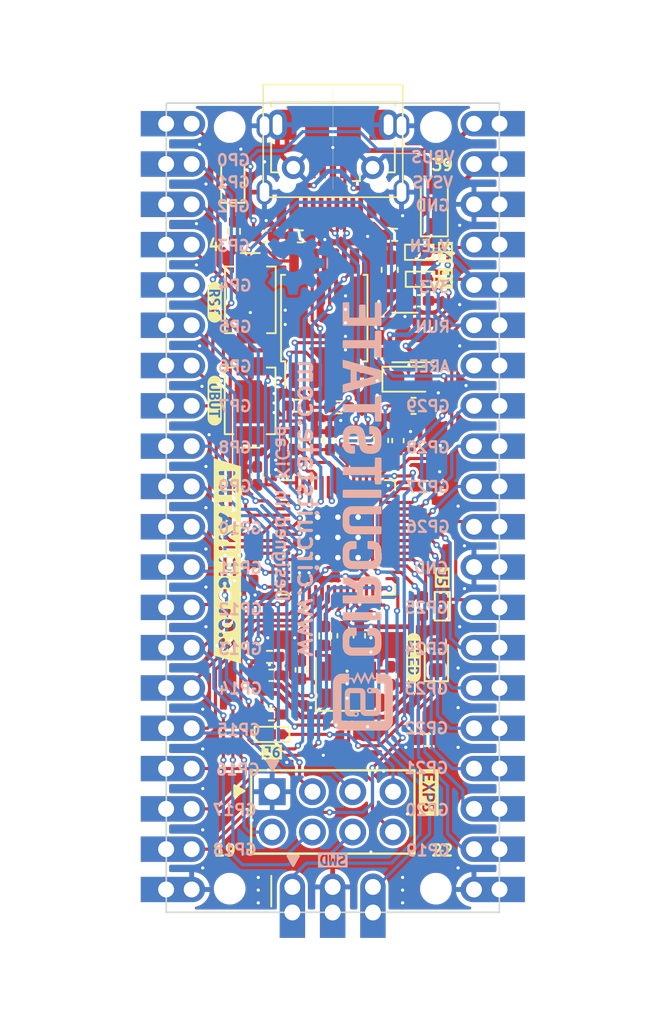
<source format=kicad_pcb>
(kicad_pcb (version 20211014) (generator pcbnew)
  (title_block (title "Mitayi Pico - PCB") (date "2022-08-27") (rev "0.3") (company "CIRCUITSTATE Electronics LLP") (comment 1 "Designed by Vishnu Mohanan") (comment 2 "Copyright 2021-2022 CIRCUITSTATE Electronics LLP") (comment 3 "Released under MIT Open-source License"))
  (layers (0 "F.Cu" signal) (31 "B.Cu" signal) (34 "B.Paste" user) (35 "F.Paste" user) (36 "B.SilkS" user "B.Silkscreen") (37 "F.SilkS" user "F.Silkscreen") (38 "B.Mask" user) (39 "F.Mask" user) (44 "Edge.Cuts" user))
  (net 0 "")
  (net 1 "+1V1")
  (net 2 "GND")
  (net 3 "+3V3")
  (net 4 "VBUS")
  (net 5 "/RUN")
  (net 6 "/XIN")
  (net 7 "Net-(C16-Pad1)")
  (net 8 "/USB_D+")
  (net 9 "/USB_D-")
  (net 10 "Net-(C18-Pad1)")
  (net 11 "Net-(D2-Pad1)")
  (net 12 "/GPIO0")
  (net 13 "/GPIO1")
  (net 14 "/GPIO2")
  (net 15 "/GPIO3")
  (net 16 "/GPIO4")
  (net 17 "/GPIO5")
  (net 18 "/GPIO6")
  (net 19 "/GPIO7")
  (net 20 "/GPIO8")
  (net 21 "/GPIO9")
  (net 22 "/GPIO10")
  (net 23 "/GPIO11")
  (net 24 "/GPIO12")
  (net 25 "/GPIO13")
  (net 26 "/GPIO14")
  (net 27 "/GPIO15")
  (net 28 "/GPIO16")
  (net 29 "/GPIO17")
  (net 30 "/GPIO18")
  (net 31 "/V_EN")
  (net 32 "/~{USB_BOOT}")
  (net 33 "/AREF")
  (net 34 "/GPIO29")
  (net 35 "/GPIO28")
  (net 36 "/GPIO27")
  (net 37 "/GPIO26")
  (net 38 "/GPIO25")
  (net 39 "/GPIO24")
  (net 40 "/GPIO23")
  (net 41 "/GPIO22")
  (net 42 "/GPIO21")
  (net 43 "/GPIO20")
  (net 44 "/GPIO19")
  (net 45 "/SWCLK")
  (net 46 "/SWDIO")
  (net 47 "/QSPI_SS")
  (net 48 "/XOUT")
  (net 49 "/QSPI_SD1")
  (net 50 "/QSPI_SD2")
  (net 51 "/QSPI_SD0")
  (net 52 "/QSPI_SCLK")
  (net 53 "/QSPI_SD3")
  (net 54 "Net-(R5-Pad2)")
  (net 55 "Net-(R6-Pad2)")
  (net 56 "Net-(D2-Pad2)")
  (net 57 "Net-(D3-Pad1)")
  (net 59 "/VSYS")
  (net 60 "Net-(J2-PadA5)")
  (net 62 "Net-(J2-PadB5)")
  (net 64 "Net-(JP6-Pad2)")
  (footprint "CIRCUITSTATE_Jumper_SMD:Solder-Jumper_2P_Open_0402" (layer "F.Cu") (at 154.1 95.31 -90)
    (fp_text reference "JP5" hide)
    (fp_text value "DEB_EN")
  )
  (footprint "LED_SMD:LED_0603_1608Metric" (layer "F.Cu") (at 153.73 98.55 90)
    (fp_text reference "D2" hide)
    (fp_text value "DBG_LED")
  )
  (footprint "Capacitor_SMD:C_0402_1005Metric_Pad0.74x0.62mm_HandSolder" (layer "F.Cu") (at 145.21 99.32 90)
    (fp_text reference "C17" hide)
    (fp_text value "30pF")
  )
  (footprint "Capacitor_SMD:C_0402_1005Metric_Pad0.74x0.62mm_HandSolder" (layer "F.Cu") (at 142.43 87.09 90)
    (fp_text reference "C12" hide)
    (fp_text value "100n")
  )
  (footprint "Capacitor_SMD:C_0603_1608Metric" (layer "F.Cu") (at 150.79 74.11 90)
    (fp_text reference "C13" hide)
    (fp_text value "10u")
  )
  (footprint "Capacitor_SMD:C_0402_1005Metric_Pad0.74x0.62mm_HandSolder" (layer "F.Cu") (at 142.2 93.12 -90)
    (fp_text reference "C6" hide)
    (fp_text value "100n")
  )
  (footprint "Capacitor_SMD:C_0402_1005Metric_Pad0.74x0.62mm_HandSolder" (layer "F.Cu") (at 151.305 84.87 90)
    (fp_text reference "C11" hide)
    (fp_text value "100n")
  )
  (footprint "kibuzzard-631DD065" (layer "F.Cu") (at 153.25 107.05 -90)
    (fp_text reference "kibuzzard-631DD065" hide)
    (fp_text value "G***" hide)
  )
  (footprint "Capacitor_SMD:C_0402_1005Metric_Pad0.74x0.62mm_HandSolder" (layer "F.Cu") (at 143.31 99.66 180)
    (fp_text reference "C19" hide)
    (fp_text value "1u")
  )
  (footprint "Resistor_SMD:R_0402_1005Metric_Pad0.72x0.64mm_HandSolder" (layer "F.Cu") (at 147.6 82.77)
    (fp_text reference "R2" hide)
    (fp_text value "1k")
  )
  (footprint "Resistor_SMD:R_0402_1005Metric_Pad0.72x0.64mm_HandSolder" (layer "F.Cu") (at 153.17 103.74 180)
    (fp_text reference "R7" hide)
    (fp_text value "470R")
  )
  (footprint "MountingHole:MountingHole_2.2mm_M2" (layer "F.Cu") (at 153.7 113.11)
    (fp_text reference "H3" hide)
    (fp_text value "MountingHole")
  )
  (footprint "Resistor_SMD:R_0402_1005Metric_Pad0.72x0.64mm_HandSolder" (layer "F.Cu") (at 146.72 97.18 -90)
    (fp_text reference "R10" hide)
    (fp_text value "1k")
  )
  (footprint "kibuzzard-631DCDB3" (layer "F.Cu") (at 154.3 73 -90)
    (fp_text reference "kibuzzard-631DCDB3" hide)
    (fp_text value "G***" hide)
  )
  (footprint "Capacitor_SMD:C_0402_1005Metric_Pad0.74x0.62mm_HandSolder" (layer "F.Cu") (at 153.08 87.77)
    (fp_text reference "C10" hide)
    (fp_text value "100n")
  )
  (footprint "CIRCUITSTATE-QFN:RP2040-QFN-56" (layer "F.Cu") (at 147.52 90.97)
    (fp_text reference "U3" hide)
    (fp_text value "RP2040")
  )
  (footprint "Resistor_SMD:R_0402_1005Metric_Pad0.72x0.64mm_HandSolder" (layer "F.Cu") (at 148.425 84.85 -90)
    (fp_text reference "R5" hide)
    (fp_text value "27R")
  )
  (footprint "Capacitor_SMD:C_0402_1005Metric_Pad0.74x0.62mm_HandSolder" (layer "F.Cu") (at 144.825 84.87 90)
    (fp_text reference "C3" hide)
    (fp_text value "100n")
  )
  (footprint "Capacitor_SMD:C_0402_1005Metric_Pad0.74x0.62mm_HandSolder" (layer "F.Cu") (at 147.85 97.17 -90)
    (fp_text reference "C2" hide)
    (fp_text value "100n")
  )
  (footprint "Package_SO:SOIC-8_5.23x5.23mm_P1.27mm" (layer "F.Cu") (at 146.66 77.15 90)
    (fp_text reference "U1" hide)
    (fp_text value "W25Q128JVS")
  )
  (footprint "Capacitor_SMD:C_0402_1005Metric_Pad0.74x0.62mm_HandSolder" (layer "F.Cu") (at 147.02 84.875 90)
    (fp_text reference "C5" hide)
    (fp_text value "1u")
  )
  (footprint "Resistor_SMD:R_0402_1005Metric_Pad0.72x0.64mm_HandSolder" (layer "F.Cu") (at 144.97 82.67)
    (fp_text reference "R1" hide)
    (fp_text value "DNP")
  )
  (footprint "Capacitor_SMD:C_0402_1005Metric_Pad0.74x0.62mm_HandSolder" (layer "F.Cu") (at 150.33 84.86 90)
    (fp_text reference "C4" hide)
    (fp_text value "1u")
  )
  (footprint "Capacitor_SMD:C_0402_1005Metric_Pad0.74x0.62mm_HandSolder" (layer "F.Cu") (at 142.91 72)
    (fp_text reference "C1" hide)
    (fp_text value "100n")
  )
  (footprint "Connector_PinHeader_2.54mm:PinHeader_1x03_P2.54mm_Vertical" (layer "F.Cu") (at 144.65 113 90)
    (fp_text reference "J5" hide)
    (fp_text value "SWD")
  )
  (footprint "CIRCUITSTATE_Jumper_SMD:Solder-Jumper_2P_Open_0402" (layer "F.Cu") (at 152.7 74.7)
    (fp_text reference "JP1" hide)
    (fp_text value "AREF_SEL")
  )
  (footprint "Resistor_SMD:R_0402_1005Metric_Pad0.72x0.64mm_HandSolder" (layer "F.Cu") (at 143.21 98.5)
    (fp_text reference "R9" hide)
    (fp_text value "10K")
  )
  (footprint "Capacitor_SMD:C_0402_1005Metric_Pad0.74x0.62mm_HandSolder" (layer "F.Cu") (at 148.87 97.17 -90)
    (fp_text reference "C9" hide)
    (fp_text value "100n")
  )
  (footprint "Capacitor_SMD:C_0402_1005Metric_Pad0.74x0.62mm_HandSolder" (layer "F.Cu") (at 152.9 95.29 -90)
    (fp_text reference "C8" hide)
    (fp_text value "100n")
  )
  (footprint "Capacitor_SMD:C_0603_1608Metric" (layer "F.Cu") (at 152.29 82.68)
    (fp_text reference "C15" hide)
    (fp_text value "10u")
  )
  (footprint "MountingHole:MountingHole_2.2mm_M2" (layer "F.Cu") (at 140.7 113.11)
    (fp_text reference "H2" hide)
    (fp_text value "MountingHole")
  )
  (footprint "CIRCUITSTATE_Connector_USB:Korean-Hroparts-Elec_TYPE-C-31-M-12" (layer "F.Cu") (at 147.21 65.03 180)
    (fp_text reference "J2" hide)
    (fp_text value "USB_C_Receptacle_USB2.0")
  )
  (footprint "CIRCUITSTATE_Jumper_SMD:Solder-Jumper_3P_Open_0402" (layer "F.Cu") (at 143.365 103.385 180)
    (fp_text reference "JP6" hide)
    (fp_text value "UBUT_SEL")
  )
  (footprint "Capacitor_SMD:C_0402_1005Metric_Pad0.74x0.62mm_HandSolder" (layer "F.Cu") (at 152.67 76.06)
    (fp_text reference "C16" hide)
    (fp_text value "470pF")
  )
  (footprint "CIRCUITSTATE_Jumper_SMD:Solder-Jumper_2P_Open_0402" (layer "F.Cu") (at 152.65 73)
    (fp_text reference "JP4" hide)
    (fp_text value "VR1_CE")
  )
  (footprint "Resistor_SMD:R_0402_1005Metric_Pad0.72x0.64mm_HandSolder" (layer "F.Cu") (at 145.15 72 180)
    (fp_text reference "R4" hide)
    (fp_text value "5.1K")
  )
  (footprint "Crystal:Crystal_SMD_3225-4Pin_3.2x2.5mm" (layer "F.Cu") (at 148.13 100.25)
    (fp_text reference "Y1" hide)
    (fp_text value "YIC-12M20P2/XT324-10/10")
  )
  (footprint "Resistor_SMD:R_0402_1005Metric_Pad0.72x0.64mm_HandSolder" (layer "F.Cu") (at 140.97 71.68 90)
    (fp_text reference "R8" hide)
    (fp_text value "470R")
  )
  (footprint "kibuzzard-631DCB2C" (layer "F.Cu") (at 140.55 92.45 -90)
    (fp_text reference "kibuzzard-631DCB2C" hide)
    (fp_text value "G***" hide)
  )
  (footprint "kibuzzard-631DCE29" (layer "F.Cu") (at 143.35 104.5)
    (fp_text reference "kibuzzard-631DCE29" hide)
    (fp_text value "G***" hide)
  )
  (footprint "Diode_SMD:D_SOD-323_HandSoldering" (layer "F.Cu") (at 153.6 70.1 90)
    (fp_text reference "D1" hide)
    (fp_text value "PMEG4005EJ")
  )
  (footprint "LED_SMD:LED_0603_1608Metric" (layer "F.Cu") (at 140.9 68.4 90)
    (fp_text reference "D3" hide)
    (fp_text value "POW_LED")
  )
  (footprint "MountingHole:MountingHole_2.2mm_M2" (layer "F.Cu") (at 153.7 65.11)
    (fp_text reference "H4" hide)
    (fp_text value "MountingHole")
  )
  (footprint "Connector_USB:USB_Micro-B_Molex-105017-0001" (layer "F.Cu") (at 147.21 66.2 180)
    (fp_text reference "J6" hide)
    (fp_text value "USB_B_Micro")
  )
  (footprint "kibuzzard-631DCE60" (layer "F.Cu") (at 154.1 93.5 -90)
    (fp_text reference "kibuzzard-631DCE60" hide)
    (fp_text value "G***" hide)
  )
  (footprint "MountingHole:MountingHole_2.2mm_M2" (layer "F.Cu") (at 140.7 65.11)
    (fp_text reference "H1" hide)
    (fp_text value "MountingHole")
  )
  (footprint "CIRCUITSTATE_Switch_SMD:CK_SW_SPST_UK-B0273-SP25Y" (layer "F.Cu") (at 142 76 -90)
    (fp_text reference "SW1" hide)
    (fp_text value "Reset")
  )
  (footprint "Capacitor_SMD:C_0402_1005Metric_Pad0.74x0.62mm_HandSolder" (layer "F.Cu") (at 150.83 99.69 -90)
    (fp_text reference "C18" hide)
    (fp_text value "30pF")
  )
  (footprint "kibuzzard-631DCCA6" (layer "F.Cu") (at 139.75 82.35 -90)
    (fp_text reference "kibuzzard-631DCCA6" hide)
    (fp_text value "G***" hide)
  )
  (footprint "kibuzzard-631DCCC7" (layer "F.Cu") (at 139.75 76.15 -90)
    (fp_text reference "kibuzzard-631DCCC7" hide)
    (fp_text value "G***" hide)
  )
  (footprint "Capacitor_SMD:C_0402_1005Metric_Pad0.74x0.62mm_HandSolder" (layer "F.Cu") (at 146.12 84.87 90)
    (fp_text reference "C7" hide)
    (fp_text value "100n")
  )
  (footprint "Resistor_SMD:R_0402_1005Metric_Pad0.72x0.64mm_HandSolder" (layer "F.Cu") (at 149.425 84.85 -90)
    (fp_text reference "R6" hide)
    (fp_text value "27R")
  )
  (footprint "kibuzzard-631DCD0C" (layer "F.Cu") (at 152.3 98.55 -90)
    (fp_text reference "kibuzzard-631DCD0C" hide)
    (fp_text value "G***" hide)
  )
  (footprint "CIRCUITSTATE-Connector-Pin-Headers:PinHeader_1x20_2H_P2.54mm_Vertical" (layer "F.Cu") (at 138.3 64.9)
    (fp_text reference "J3" hide)
    (fp_text value "Header_1")
  )
  (footprint "Capacitor_Tantalum_SMD:CP_EIA-2012-12_Kemet-R" (layer "F.Cu") (at 152.035 81)
    (fp_text reference "C14" hide)
    (fp_text value "2.2uF")
  )
  (footprint "Resistor_SMD:R_0402_1005Metric_Pad0.72x0.64mm_HandSolder" (layer "F.Cu") (at 151.1 71.9)
    (fp_text reference "R3" hide)
    (fp_text value "5.1K")
  )
  (footprint "Package_TO_SOT_SMD:SOT-23-5" (layer "F.Cu") (at 151.75 78.37 180)
    (fp_text reference "U2" hide)
    (fp_text value "MIC5219-3.3YM5")
  )
  (footprint "Resistor_SMD:R_0402_1005Metric_Pad0.72x0.64mm_HandSolder" (layer "F.Cu") (at 143.33 102.13 180)
    (fp_text reference "R11" hide)
    (fp_text value "5.1K")
  )
  (footprint "CIRCUITSTATE_Switch_SMD:CK_SW_SPST_UK-B0273-SP25Y" (layer "F.Cu") (at 141.985 82.365 90)
    (fp_text reference "SW2" hide)
    (fp_text value "UBUT")
  )
  (footprint "kibuzzard-631DCDA0" (layer "F.Cu") (at 154.3 74.65 -90)
    (fp_text reference "kibuzzard-631DCDA0" hide)
    (fp_text value "G***" hide)
  )
  (footprint "kibuzzard-631DD76C" (layer "B.Cu") (at 147.2 111.3 180)
    (fp_text reference "kibuzzard-631DD76C" hide)
    (fp_text value "G***" hide)
  )
  (footprint "CIRCUITSTATE-Graphics:OSHW-Logo-4x3.6mm" (layer "B.Cu") (at 144.89 73.69 90)
    (fp_text reference "G***" hide)
    (fp_text value "LOGO" hide)
  )
  (footprint "Connector_PinHeader_2.54mm:PinHeader_2x04_P2.54mm_Vertical" (layer "B.Cu") (at 143.375 107 -90)
    (fp_text reference "J1" hide)
    (fp_text value "EXP8")
  )
  (footprint "CIRCUITSTATE-Graphics:Circuitstate-Logomark-27x3.8mm" (layer "B.Cu") (at 149.1 89.65 90)
    (fp_text reference "G***" hide)
    (fp_text value "LOGO" hide)
  )
  (footprint "CIRCUITSTATE-Connector-Pin-Headers:PinHeader_1x20_2H_P2.54mm_Vertical" (layer "B.Cu") (at 156.1 64.9 180)
    (fp_text reference "J4" hide)
    (fp_text value "Header_2")
  )
  (gr_line (start 152.35 110.9) (end 142.05 110.9) (layer "F.SilkS") (width 0.15))
  (gr_line (start 152.35 105.65) (end 152.35 110.9) (layer "F.SilkS") (width 0.15))
  (gr_line (start 152.35 105.65) (end 142.05 105.65) (layer "F.SilkS") (width 0.15))
  (gr_line (start 142.05 110.9) (end 142.05 105.65) (layer "F.SilkS") (width 0.15))
  (gr_line (start 136.7 63.6) (end 157.7 63.6) (layer "Edge.Cuts") (width 0.1))
  (gr_line (start 157.7 114.6) (end 136.7 114.6) (layer "Edge.Cuts") (width 0.1))
  (gr_line (start 157.7 63.6) (end 157.7 114.6) (layer "Edge.Cuts") (width 0.1))
  (gr_line (start 136.7 114.6) (end 136.7 63.6) (layer "Edge.Cuts") (width 0.1))
  (gr_text "GP18" (at 139.55 110.65) (layer "B.SilkS") (effects (font (size 0.7 0.7)) (justify right mirror)))
  (gr_text "GP5" (at 139.9 77.7) (layer "B.SilkS") (effects (font (size 0.7 0.7)) (justify right mirror)))
  (gr_text "GP24" (at 153.1 98) (layer "B.SilkS") (effects (font (size 0.7 0.7)) (justify mirror)))
  (gr_text "GP29" (at 153.2 82.7) (layer "B.SilkS") (effects (font (size 0.7 0.7)) (justify mirror)))
  (gr_text "GND" (at 153.5 70.05) (layer "B.SilkS") (effects (font (size 0.7 0.7)) (justify mirror)))
  (gr_text "GND" (at 153.4 92.9) (layer "B.SilkS") (effects (font (size 0.7 0.7)) (justify mirror)))
  (gr_text "VSYS" (at 153.5 68.6) (layer "B.SilkS") (effects (font (size 0.7 0.7)) (justify mirror)))
  (gr_text "GP1" (at 139.8 68.6) (layer "B.SilkS") (effects (font (size 0.7 0.7)) (justify right mirror)))
  (gr_text "AREF" (at 153.3 80.2) (layer "B.SilkS") (effects (font (size 0.7 0.7)) (justify mirror)))
  (gr_text "GP13" (at 139.9 98) (layer "B.SilkS") (effects (font (size 0.7 0.7)) (justify right mirror)))
  (gr_text "GP0" (at 139.8 67.2) (layer "B.SilkS") (effects (font (size 0.7 0.7)) (justify right mirror)))
  (gr_text "VBUS" (at 153.5 67) (layer "B.SilkS") (effects (font (size 0.7 0.7)) (justify mirror)))
  (gr_text "www.circuitstate.com" (at 145.6 79.6 -90) (layer "B.SilkS") (effects (font (size 1.2 1.2) (thickness 0.2)) (justify right mirror)))
  (gr_text "Designed in KiCad" (at 144 83.8 -90) (layer "B.SilkS") (effects (font (size 0.8 0.8)) (justify right mirror)))
  (gr_text "GP4" (at 139.9 75.1) (layer "B.SilkS") (effects (font (size 0.7 0.7)) (justify right mirror)))
  (gr_text "GP27" (at 153.2 87.8) (layer "B.SilkS") (effects (font (size 0.7 0.7)) (justify mirror)))
  (gr_text "RUN" (at 153.5 77.7) (layer "B.SilkS") (effects (font (size 0.7 0.7)) (justify mirror)))
  (gr_text "GP11" (at 139.9 92.9) (layer "B.SilkS") (effects (font (size 0.7 0.7)) (justify right mirror)))
  (gr_text "GP7" (at 139.9 82.7) (layer "B.SilkS") (effects (font (size 0.7 0.7)) (justify right mirror)))
  (gr_text "GP25" (at 153.1 95.4) (layer "B.SilkS") (effects (font (size 0.7 0.7)) (justify mirror)))
  (gr_text "GP16" (at 139.75 105.6) (layer "B.SilkS") (effects (font (size 0.7 0.7)) (justify right mirror)))
  (gr_text "GP22" (at 153.1 103) (layer "B.SilkS") (effects (font (size 0.7 0.7)) (justify mirror)))
  (gr_text "▼" (at 143.4 105.3) (layer "B.SilkS") (effects (font (size 0.8 0.8)) (justify mirror)))
  (gr_text "3V3" (at 153.6 75.2) (layer "B.SilkS") (effects (font (size 0.7 0.7)) (justify mirror)))
  (gr_text "GP2" (at 139.8 70.1) (layer "B.SilkS") (effects (font (size 0.7 0.7)) (justify right mirror)))
  (gr_text "GP26" (at 153.2 90.3) (layer "B.SilkS") (effects (font (size 0.7 0.7)) (justify mirror)))
  (gr_text "GP6" (at 139.9 80.2) (layer "B.SilkS") (effects (font (size 0.7 0.7)) (justify right mirror)))
  (gr_text "GP20" (at 153.15 108.15) (layer "B.SilkS") (effects (font (size 0.7 0.7)) (justify mirror)))
  (gr_text "GP12" (at 139.9 95.5) (layer "B.SilkS") (effects (font (size 0.7 0.7)) (justify right mirror)))
  (gr_text "GP17" (at 139.55 108.15) (layer "B.SilkS") (effects (font (size 0.7 0.7)) (justify right mirror)))
  (gr_text "GP19" (at 153.2 110.7) (layer "B.SilkS") (effects (font (size 0.7 0.7)) (justify mirror)))
  (gr_text "GP28" (at 153.2 85.3) (layer "B.SilkS") (effects (font (size 0.7 0.7)) (justify mirror)))
  (gr_text "GP21" (at 153.1 105.5) (layer "B.SilkS") (effects (font (size 0.7 0.7)) (justify mirror)))
  (gr_text "▼" (at 144.7 111.3) (layer "B.SilkS") (effects (font (size 0.8 0.8)) (justify mirror)))
  (gr_text "GP8" (at 139.9 85.3) (layer "B.SilkS") (effects (font (size 0.7 0.7)) (justify right mirror)))
  (gr_text "GP10" (at 139.9 90.4) (layer "B.SilkS") (effects (font (size 0.7 0.7)) (justify right mirror)))
  (gr_text "GP9" (at 139.9 87.75) (layer "B.SilkS") (effects (font (size 0.7 0.7)) (justify right mirror)))
  (gr_text "V_EN" (at 153.3 72.6) (layer "B.SilkS") (effects (font (size 0.7 0.7)) (justify mirror)))
  (gr_text "GP23" (at 153.1 100.5) (layer "B.SilkS") (effects (font (size 0.7 0.7)) (justify mirror)))
  (gr_text "GP15" (at 139.8 103.1) (layer "B.SilkS") (effects (font (size 0.7 0.7)) (justify right mirror)))
  (gr_text "GP14" (at 139.9 100.5) (layer "B.SilkS") (effects (font (size 0.7 0.7)) (justify right mirror)))
  (gr_text "GP3" (at 139.8 72.6) (layer "B.SilkS") (effects (font (size 0.7 0.7)) (justify right mirror)))
  (gr_text "39" (at 154.1 67.5) (layer "F.SilkS") (effects (font (size 0.7 0.7))))
  (gr_text "▼" (at 141.25 106.95 90) (layer "F.SilkS") (effects (font (size 0.8 0.8))))
  (gr_text "22" (at 154.1 110.7) (layer "F.SilkS") (effects (font (size 0.7 0.7))))
  (gr_text "4" (at 139.7 72.55) (layer "F.SilkS") (effects (font (size 0.7 0.7))))
  (gr_text "19" (at 140.4 110.7) (layer "F.SilkS") (effects (font (size 0.7 0.7))))
  (segment (start 149.7 92.80376) (end 149.7 88.7) (width 0.2) (layer "F.Cu") (net 1))
  (segment (start 147.85 96.6025) (end 148.216352 96.236148) (width 0.2) (layer "F.Cu") (net 1))
  (segment (start 150.0495 93.15326) (end 149.7 92.80376) (width 0.2) (layer "F.Cu") (net 1))
  (segment (start 147.32 86.62) (end 146.945263 86.245263) (width 0.2) (layer "F.Cu") (net 1))
  (segment (start 149.32 87.5325) (end 149.32 86.68) (width 0.2) (layer "F.Cu") (net 1))
  (segment (start 149.7 88.7) (end 149.443321 88.443321) (width 0.2) (layer "F.Cu") (net 1))
  (segment (start 147.685983 88.443321) (end 149.32 88.443321) (width 0.2) (layer "F.Cu") (net 1))
  (segment (start 149.32 88.443321) (end 149.32 87.5325) (width 0.2) (layer "F.Cu") (net 1))
  (segment (start 148.12 95.504006) (end 148.216352 95.600358) (width 0.2) (layer "F.Cu") (net 1))
  (segment (start 148.12 94.4075) (end 148.12 95.504006) (width 0.2) (layer "F.Cu") (net 1))
  (segment (start 147.32 87.5325) (end 147.32 86.62) (width 0.2) (layer "F.Cu") (net 1))
  (segment (start 149.443321 88.443321) (end 149.32 88.443321) (width 0.2) (layer "F.Cu") (net 1))
  (segment (start 147.32 88.077338) (end 147.685983 88.443321) (width 0.2) (layer "F.Cu") (net 1))
  (segment (start 148.216352 96.236148) (end 148.216352 95.600358) (width 0.2) (layer "F.Cu") (net 1))
  (segment (start 145.822376 86.245263) (end 145.014613 85.4375) (width 0.2) (layer "F.Cu") (net 1))
  (segment (start 150.33 85.67) (end 150.33 85.4275) (width 0.2) (layer "F.Cu") (net 1))
  (segment (start 149.32 86.68) (end 150.33 85.67) (width 0.2) (layer "F.Cu") (net 1))
  (segment (start 146.945263 86.245263) (end 145.822376 86.245263) (width 0.2) (layer "F.Cu") (net 1))
  (segment (start 145.014613 85.4375) (end 144.825 85.4375) (width 0.2) (layer "F.Cu") (net 1))
  (segment (start 147.32 87.5325) (end 147.32 88.077338) (width 0.2) (layer "F.Cu") (net 1))
  (via (at 148.216352 95.600358) (size 0.4) (drill 0.2) (layers "F.Cu" "B.Cu") (net 1))
  (via (at 150.0495 93.15326) (size 0.4) (drill 0.2) (layers "F.Cu" "B.Cu") (net 1))
  (segment (start 150.85326 93.15326) (end 151.30048 93.60048) (width 0.2) (layer "B.Cu") (net 1))
  (segment (start 151.30048 93.60048) (end 151.30048 94.49952) (width 0.2) (layer "B.Cu") (net 1))
  (segment (start 151.050489 94.749511) (end 149.067199 94.749511) (width 0.2) (layer "B.Cu") (net 1))
  (segment (start 150.0495 93.15326) (end 150.85326 93.15326) (width 0.2) (layer "B.Cu") (net 1))
  (segment (start 151.30048 94.49952) (end 151.050489 94.749511) (width 0.2) (layer "B.Cu") (net 1))
  (segment (start 149.067199 94.749511) (end 148.216352 95.600358) (width 0.2) (layer "B.Cu") (net 1))
  (segment (start 146.52 94.4075) (end 146.52 93.874318) (width 0.2) (layer "F.Cu") (net 2))
  (segment (start 142.7425 99.66) (end 143.3025 100.22) (width 0.2) (layer "F.Cu") (net 2))
  (segment (start 153.065 82.68) (end 153.065 81.1425) (width 0.2) (layer "F.Cu") (net 2))
  (segment (start 153.065 81.1425) (end 152.9225 81) (width 0.2) (layer "F.Cu") (net 2))
  (segment (start 145.845682 93.2) (end 145.7 93.2) (width 0.2) (layer "F.Cu") (net 2))
  (segment (start 145.38727 101.7) (end 145.8 101.7) (width 0.2) (layer "F.Cu") (net 2))
  (segment (start 146.52 93.874318) (end 145.845682 93.2) (width 0.2) (layer "F.Cu") (net 2))
  (segment (start 142.7425 99.4575) (end 143.2 99) (width 0.2) (layer "F.Cu") (net 2))
  (segment (start 143.3025 100.22) (end 143.90727 100.22) (width 0.2) (layer "F.Cu") (net 2))
  (segment (start 142.7425 99.66) (end 142.7425 99.4575) (width 0.2) (layer "F.Cu") (net 2))
  (segment (start 143.90727 100.22) (end 145.38727 101.7) (width 0.2) (layer "F.Cu") (net 2))
  (via (at 148 78.3) (size 0.4) (drill 0.2) (layers "F.Cu" "B.Cu") (net 2))
  (via (at 152 80.1) (size 0.4) (drill 0.2) (layers "F.Cu" "B.Cu") (net 2))
  (via (at 148 79.15) (size 0.4) (drill 0.2) (layers "F.Cu" "B.Cu") (net 2))
  (via (at 142.3 94.6) (size 0.4) (drill 0.2) (layers "F.Cu" "B.Cu") (net 2))
  (via (at 153.8505 81.861588) (size 0.4) (drill 0.2) (layers "F.Cu" "B.Cu") (net 2))
  (via (at 148.1 101.1) (size 0.4) (drill 0.2) (layers "F.Cu" "B.Cu") (net 2))
  (via (at 154.45 67.35) (size 0.4) (drill 0.2) (layers "F.Cu" "B.Cu") (net 2))
  (via (at 142.5 112.4) (size 0.4) (drill 0.2) (layers "F.Cu" "B.Cu") (net 2))
  (via (at 143.6 86.1) (size 0.4) (drill 0.2) (layers "F.Cu" "B.Cu") (net 2))
  (via (at 151.6 112.4) (size 0.4) (drill 0.2) (layers "F.Cu" "B.Cu") (net 2))
  (via (at 138.6 71.2) (size 0.4) (drill 0.2) (layers "F.Cu" "B.Cu") (net 2))
  (via (at 155.1 111.8) (size 0.4) (drill 0.2) (layers "F.Cu" "B.Cu") (net 2))
  (via (at 146.6 104.7) (size 0.4) (drill 0.2) (layers "F.Cu" "B.Cu") (net 2))
  (via (at 143 71) (size 0.4) (drill 0.2) (layers "F.Cu" "B.Cu") (net 2))
  (via (at 139.2 89.1) (size 0.4) (drill 0.2) (layers "F.Cu" "B.Cu") (net 2))
  (via (at 151.9 108.4) (size 0.4) (drill 0.2) (layers "F.Cu" "B.Cu") (net 2))
  (via (at 152.1 84.3) (size 0.4) (drill 0.2) (layers "F.Cu" "B.Cu") (net 2))
  (via (at 150.4 105.7) (size 0.4) (drill 0.2) (layers "F.Cu" "B.Cu") (net 2))
  (via (at 143.8 94.6) (size 0.4) (drill 0.2) (layers "F.Cu" "B.Cu") (net 2))
  (via (at 155.1 104.2) (size 0.4) (drill 0.2) (layers "F.Cu" "B.Cu") (net 2))
  (via (at 141.4 66.5) (size 0.4) (drill 0.2) (layers "F.Cu" "B.Cu") (net 2))
  (via (at 150 81.1) (size 0.4) (drill 0.2) (layers "F.Cu" "B.Cu") (net 2))
  (via (at 144.2 77.55) (size 0.4) (drill 0.2) (layers "F.Cu" "B.Cu") (net 2))
  (via (at 148.1 100.2) (size 0.4) (drill 0.2) (layers "F.Cu" "B.Cu") (net 2))
  (via (at 143.1 97.3) (size 0.4) (drill 0.2) (layers "F.Cu" "B.Cu") (net 2))
  (via (at 143.2 99) (size 0.4) (drill 0.2) (layers "F.Cu" "B.Cu") (net 2))
  (via (at 142.5 114) (size 0.4) (drill 0.2) (layers "F.Cu" "B.Cu") (net 2))
  (via (at 153.936444 86.836444) (size 0.4) (drill 0.2) (layers "F.Cu" "B.Cu") (net 2))
  (via (at 143.5 83.1) (size 0.4) (drill 0.2) (layers "F.Cu" "B.Cu") (net 2))
  (via (at 143.132832 105.632832) (size 0.4) (drill 0.2) (layers "F.Cu" "B.Cu") (net 2))
  (via (at 151.8 104.2) (size 0.4) (drill 0.2) (layers "F.Cu" "B.Cu") (net 2))
  (via (at 144.8 97.3) (size 0.4) (drill 0.2) (layers "F.Cu" "B.Cu") (net 2))
  (via (at 142.9 67.3) (size 0.4) (drill 0.2) (layers "F.Cu" "B.Cu") (net 2))
  (via (at 147.7 83.6) (size 0.4) (drill 0.2) (layers "F.Cu" "B.Cu") (net 2))
  (via (at 144.2 76.65) (size 0.4) (drill 0.2) (layers "F.Cu" "B.Cu") (net 2))
  (via (at 155.5 94.2) (size 0.4) (drill 0.2) (layers "F.Cu" "B.Cu") (net 2))
  (via (at 155.1 101.7) (size 0.4) (drill 0.2) (layers "F.Cu" "B.Cu") (net 2))
  (via (at 139.2 94.1) (size 0.4) (drill 0.2) (layers "F.Cu" "B.Cu") (net 2))
  (via (at 138.8 66.2) (size 0.4) (drill 0.2) (layers "F.Cu" "B.Cu") (net 2))
  (via (at 152 103) (size 0.4) (drill 0.2) (layers "F.Cu" "B.Cu") (net 2))
  (via (at 142.1 108.8) (size 0.4) (drill 0.2) (layers "F.Cu" "B.Cu") (net 2))
  (via (at 139 109.4) (size 0.4) (drill 0.2) (layers "F.Cu" "B.Cu") (net 2))
  (via (at 148 75.75) (size 0.4) (drill 0.2) (layers "F.Cu" "B.Cu") (net 2))
  (via (at 143.5 81.9) (size 0.4) (drill 0.2) (layers "F.Cu" "B.Cu") (net 2))
  (via (at 155.1 99.2) (size 0.4) (drill 0.2) (layers "F.Cu" "B.Cu") (net 2))
  (via (at 138.6 73.8) (size 0.4) (drill 0.2) (layers "F.Cu" "B.Cu") (net 2))
  (via (at 139.2 86.5) (size 0.4) (drill 0.2) (layers "F.Cu" "B.Cu") (net 2))
  (via (at 149.4 102.9) (size 0.4) (drill 0.2) (layers "F.Cu" "B.Cu") (net 2))
  (via (at 145.1 93.2) (size 0.4) (drill 0.2) (layers "F.Cu" "B.Cu") (net 2))
  (via (at 155.1 89) (size 0.4) (drill 0.2) (layers "F.Cu" "B.Cu") (net 2))
  (via (at 142.5 113.2) (size 0.4) (drill 0.2) (layers "F.Cu" "B.Cu") (net 2))
  (via (at 148 76.6) (size 0.4) (drill 0.2) (layers "F.Cu" "B.Cu") (net 2))
  (via (at 153.972881 85.172881) (size 0.4) (drill 0.2) (layers "F.Cu" "B.Cu") (net 2))
  (via (at 155.6 81.4) (size 0.4) (drill 0.2) (layers "F.Cu" "B.Cu") (net 2))
  (via (at 140.6 100.7) (size 0.4) (drill 0.2) (layers "F.Cu" "B.Cu") (net 2))
  (via (at 139.9 97.8) (size 0.4) (drill 0.2) (layers "F.Cu" "B.Cu") (net 2))
  (via (at 155.2 76.3) (size 0.4) (drill 0.2) (layers "F.Cu" "B.Cu") (net 2))
  (via (at 151.6 114) (size 0.4) (drill 0.2) (layers "F.Cu" "B.Cu") (net 2))
  (via (at 148.1 99.4) (size 0.4) (drill 0.2) (layers "F.Cu" "B.Cu") (net 2))
  (via (at 145.8 101.7) (size 0.4) (drill 0.2) (layers "F.Cu" "B.Cu") (net 2))
  (via (at 142 76.8) (size 0.4) (drill 0.2) (layers "F.Cu" "B.Cu") (net 2))
  (via (at 147.2 66.4) (size 0.4) (drill 0.2) (layers "F.Cu" "B.Cu") (net 2))
  (via (at 139.2 91.7) (size 0.4) (drill 0.2) (layers "F.Cu" "B.Cu") (net 2))
  (via (at 138.95 81.45) (size 0.4) (drill 0.2) (layers "F.Cu" "B.Cu") (net 2))
  (via (at 143.5 82.5) (size 0.4) (drill 0.2) (layers "F.Cu" "B.Cu") (net 2))
  (via (at 139 101.8) (size 0.4) (drill 0.2) (layers "F.Cu" "B.Cu") (net 2))
  (via (at 150.7 87.7) (size 0.4) (drill 0.2) (layers "F.Cu" "B.Cu") (net 2))
  (via (at 144.3 105.1495) (size 0.4) (drill 0.2) (layers "F.Cu" "B.Cu") (net 2))
  (via (at 139 104.3) (size 0.4) (drill 0.2) (layers "F.Cu" "B.Cu") (net 2))
  (via (at 145.7 93.2) (size 0.4) (drill 0.2) (layers "F.Cu" "B.Cu") (net 2))
  (via (at 155.2 96.6) (size 0.4) (drill 0.2) (layers "F.Cu" "B.Cu") (net 2))
  (via (at 139.2 96.6) (size 0.4) (drill 0.2) (layers "F.Cu" "B.Cu") (net 2))
  (via (at 148 77.45) (size 0.4) (drill 0.2) (layers "F.Cu" "B.Cu") (net 2))
  (via (at 139 106.8) (size 0.4) (drill 0.2) (layers "F.Cu" "B.Cu") (net 2))
  (via (at 151.75 77.05) (size 0.4) (drill 0.2) (layers "F.Cu" "B.Cu") (net 2))
  (via (at 149.6 98.2) (size 0.4) (drill 0.2) (layers "F.Cu" "B.Cu") (net 2))
  (via (at 150 82) (size 0.4) (drill 0.2) (layers "F.Cu" "B.Cu") (net 2))
  (via (at 139 111.8) (size 0.4) (drill 0.2) (layers "F.Cu" "B.Cu") (net 2))
  (via (at 139.2 68.7) (size 0.4) (drill 0.2) (layers "F.Cu" "B.Cu") (net 2))
  (via (at 155.5 91.5) (size 0.4) (drill 0.2) (layers "F.Cu" "B.Cu") (net 2))
  (via (at 146.7 72.2) (size 0.4) (drill 0.2) (layers "F.Cu" "B.Cu") (net 2))
  (via (at 143.6 86.7) (size 0.4) (drill 0.2) (layers "F.Cu" "B.Cu") (net 2))
  (via (at 151.6 70.7) (size 0.4) (drill 0.2) (layers "F.Cu" "B.Cu") (net 2))
  (via (at 155.2 78.9) (size 0.4) (drill 0.2) (layers "F.Cu" "B.Cu") (net 2))
  (via (at 138.8 78.9) (size 0.4) (drill 0.2) (layers "F.Cu" "B.Cu") (net 2))
  (via (at 149.4 72) (size 0.4) (drill 0.2) (layers "F.Cu" "B.Cu") (net 2))
  (via (at 139.4005 84.5) (size 0.4) (drill 0.2) (layers "F.Cu" "B.Cu") (net 2))
  (via (at 149.6 110.8) (size 0.4) (drill 0.2) (layers "F.Cu" "B.Cu") (net 2))
  (via (at 151.6 113.2) (size 0.4) (drill 0.2) (layers "F.Cu" "B.Cu") (net 2))
  (via (at 155.2 71.3) (size 0.4) (drill 0.2) (layers "F.Cu" "B.Cu") (net 2))
  (via (at 149.6 97.3) (size 0.4) (drill 0.2) (layers "F.Cu" "B.Cu") (net 2))
  (via (at 150.1 76.1) (size 0.4) (drill 0.2) (layers "F.Cu" "B.Cu") (net 2))
  (segment (start 147.7 85.4425) (end 147.7 84.959617) (width 0.2) (layer "F.Cu") (net 3))
  (segment (start 155.74 74.7) (end 156.1 75.06) (width 0.2) (layer "F.Cu") (net 3))
  (segment (start 145.23548 83.63548) (end 144.3725 83.63548) (width 0.2) (layer "F.Cu") (net 3))
  (segment (start 147.526988 95.558723) (end 147.526988 95.770828) (width 0.2) (layer "F.Cu") (net 3))
  (segment (start 140.9 67.6125) (end 141.9875 67.6125) (width 0.2) (layer "F.Cu") (net 3))
  (segment (start 152.0975 96.6025) (end 152.1 96.6) (width 0.3) (layer "F.Cu") (net 3))
  (segment (start 148.1 86.3) (end 147.7 85.9) (width 0.2) (layer "F.Cu") (net 3))
  (segment (start 150.8 79.1325) (end 150.6125 79.32) (width 0.3) (layer "F.Cu") (net 3))
  (segment (start 150.568837 86.150481) (end 150.949519 86.150481) (width 0.2) (layer "F.Cu") (net 3))
  (segment (start 148.38 102.28) (end 148.4 102.3) (width 0.3) (layer "F.Cu") (net 3))
  (segment (start 147.72 87.5325) (end 148.12 87.5325) (width 0.2) (layer "F.Cu") (net 3))
  (segment (start 145.43452 84.75202) (end 146.12 85.4375) (width 0.2) (layer "F.Cu") (net 3))
  (segment (start 143.6 85.4) (end 143.6 83.9) (width 0.2) (layer "F.Cu") (net 3))
  (segment (start 150.22048 91.766162) (end 150.22048 88.41952) (width 0.2) (layer "F.Cu") (net 3))
  (segment (start 148.87 96.6025) (end 149.6025 96.6025) (width 0.3) (layer "F.Cu") (net 3))
  (segment (start 151.1475 81) (end 151.1475 82.3125) (width 0.3) (layer "F.Cu") (net 3))
  (segment (start 147.72 95.299608) (end 147.719023 95.300585) (width 0.2) (layer "F.Cu") (net 3))
  (segment (start 151.1475 82.3125) (end 151.515 82.68) (width 0.3) (layer "F.Cu") (net 3))
  (segment (start 143 87.6185) (end 143 86) (width 0.2) (layer "F.Cu") (net 3))
  (segment (start 142.961 87.6575) (end 143 87.6185) (width 0.2) (layer "F.Cu") (net 3))
  (segment (start 142.3125 98.8) (end 142.6125 98.5) (width 0.3) (layer "F.Cu") (net 3))
  (segment (start 153.051636 94.570864) (end 152.9 94.7225) (width 0.2) (layer "F.Cu") (net 3))
  (segment (start 147.652115 95.433571) (end 147.652115 95.433596) (width 0.2) (layer "F.Cu") (net 3))
  (segment (start 148.2 104.85) (end 148.2 102.5) (width 0.2) (layer "F.Cu") (net 3))
  (segment (start 144.3725 83.63548) (end 144.3725 82.67) (width 0.2) (layer "F.Cu") (net 3))
  (segment (start 149.935006 88.37) (end 150.27 88.37) (width 0.2) (layer "F.Cu") (net 3))
  (segment (start 150.949519 86.150481) (end 151.305 85.795) (width 0.2) (layer "F.Cu") (net 3))
  (segment (start 143.728992 100.8) (end 145.208992 102.28) (width 0.3) (layer "F.Cu") (net 3))
  (segment (start 149.72 88.154994) (end 149.935006 88.37) (width 0.2) (layer "F.Cu") (net 3))
  (segment (start 148.2 102.5) (end 148.4 102.3) (width 0.2) (layer "F.Cu") (net 3))
  (segment (start 152.1 100.7) (end 152.1 96.6) (width 0.3) (layer "F.Cu") (net 3))
  (segment (start 150.6125 80.465) (end 151.1475 81) (width 0.3) (layer "F.Cu") (net 3))
  (segment (start 151.515 82.68) (end 150.62 82.68) (width 0.2) (layer "F.Cu") (net 3))
  (segment (start 147.719021 95.36666) (end 147.719021 95.366665) (width 0.2) (layer "F.Cu") (net 3))
  (segment (start 142.7325 102.13) (end 142.7325 100.8325) (width 0.2) (layer "F.Cu") (net 3))
  (segment (start 141.9 98.8) (end 142.3125 98.8) (width 0.3) (layer "F.Cu") (net 3))
  (segment (start 145.208992 102.28) (end 148.38 102.28) (width 0.3) (layer "F.Cu") (net 3))
  (segment (start 142.43 87.6575) (end 143.37 87.6575) (width 0.2) (layer "F.Cu") (net 3))
  (segment (start 149.7 108.245) (end 149.7 106.35) (width 0.2) (layer "F.Cu") (net 3))
  (segment (start 147.015 85.4375) (end 147.02 85.4425) (width 0.2) (layer "F.Cu") (net 3))
  (segment (start 150.9575 91.97) (end 150.424318 91.97) (width 0.2) (layer "F.Cu") (net 3))
  (segment (start 142.7825 91.97) (end 144.0825 91.97) (width 0.2) (layer "F.Cu") (net 3))
  (segment (start 147.652115 95.433596) (end 147.526988 95.558723) (width 0.2) (layer "F.Cu") (net 3))
  (segment (start 152.3775 94.7225) (end 152.9 94.7225) (width 0.3) (layer "F.Cu") (net 3))
  (segment (start 141.59 94.7405) (end 141.59 93.1625) (width 0.3) (layer "F.Cu") (net 3))
  (segment (start 153.14 74.7) (end 155.74 74.7) (width 0.2) (layer "F.Cu") (net 3))
  (segment (start 147.72 94.4075) (end 147.72 95.299608) (width 0.2) (layer "F.Cu") (net 3))
  (segment (start 141.59 93.1625) (end 142.2 92.5525) (width 0.3) (layer "F.Cu") (net 3))
  (segment (start 150.9575 91.97) (end 152.821636 91.97) (width 0.2) (layer "F.Cu") (net 3))
  (segment (start 149.72 87.5325) (end 149.72 86.999318) (width 0.2) (layer "F.Cu") (net 3))
  (segment (start 147.02 85.4425) (end 147.7 85.4425) (width 0.2) (layer "F.Cu") (net 3))
  (segment (start 141.9875 67.6125) (end 142 67.6) (width 0.2) (layer "F.Cu") (net 3))
  (segment (start 147.719021 95.366665) (end 147.652115 95.433571) (width 0.2) (layer "F.Cu") (net 3))
  (segment (start 142.43 87.6575) (end 142.961 87.6575) (width 0.2) (layer "F.Cu") (net 3))
  (segment (start 142.3425 72) (end 142.3425 72.1425) (width 0.2) (layer "F.Cu") (net 3))
  (segment (start 152.1 95) (end 152.3775 94.7225) (width 0.3) (layer "F.Cu") (net 3))
  (segment (start 142.2 71) (end 142.2 71.8575) (width 0.2) (layer "F.Cu") (net 3))
  (segment (start 149.6 96.6) (end 149.6025 96.6025) (width 0.2) (layer "F.Cu") (net 3))
  (segment (start 143 86) (end 143.6 85.4) (width 0.2) (layer "F.Cu") (net 3))
  (segment (start 149.72 87.5325) (end 149.72 88.154994) (width 0.2) (layer "F.Cu") (net 3))
  (segment (start 150.22048 88.41952) (end 150.27 88.37) (width 0.2) (layer "F.Cu") (net 3))
  (segment (start 143.37 87.6575) (end 144.0825 88.37) (width 0.2) (layer "F.Cu") (net 3))
  (segment (start 142.2 71.8575) (end 142.3425 72) (width 0.2) (layer "F.Cu") (net 3))
  (segment (start 146.12 85.4375) (end 147.015 85.4375) (width 0.2) (layer "F.Cu") (net 3))
  (segment (start 150.9575 88.37) (end 151.4275 87.9) (width 0.2) (layer "F.Cu") (net 3))
  (segment (start 148.1 87.5125) (end 148.1 86.3) (width 0.2) (layer "F.Cu") (net 3))
  (segment (start 151.305 85.795) (end 151.305 85.4375) (width 0.2) (layer "F.Cu") (net 3))
  (segment (start 143.75 73.55) (end 144.755 73.55) (width 0.2) (layer "F.Cu") (net 3))
  (segment (start 153.051636 92.2) (end 153.051636 94.570864) (width 0.2) (layer "F.Cu") (net 3))
  (segment (start 150.5 102.3) (end 152.1 100.7) (width 0.3) (layer "F.Cu") (net 3))
  (segment (start 141.9 98.8) (end 142 98.9) (width 0.3) (layer "F.Cu") (net 3))
  (segment (start 148.4 102.3) (end 150.5 102.3) (width 0.3) (layer "F.Cu") (net 3))
  (segment (start 142.7 100.8) (end 143.728992 100.8) (width 0.3) (layer "F.Cu") (net 3))
  (segment (start 142 98.9) (end 142 100.1) (width 0.3) (layer "F.Cu") (net 3))
  (segment (start 150.424318 91.97) (end 150.22048 91.766162) (width 0.2) (layer "F.Cu") (net 3))
  (segment (start 151.4275 87.9) (end 152.3825 87.9) (width 0.2) (layer "F.Cu") (net 3))
  (segment (start 152.1 95.8) (end 152.1 95) (width 0.3) (layer "F.Cu") (net 3))
  (segment (start 149.72 86.999318) (end 150.568837 86.150481) (width 0.2) (layer "F.Cu") (net 3))
  (segment (start 147.7 84.959617) (end 147.778395 84.881222) (width 0.2) (layer "F.Cu") (net 3))
  (segment (start 148.12 87.5325) (end 148.1 87.5125) (width 0.2) (layer "F.Cu") (net 3))
  (segment (start 145.43452 83.83452) (end 145.43452 84.75202) (width 0.2) (layer "F.Cu") (net 3))
  (segment (start 150.8 78.2) (end 150.8 79.1325) (width 0.3) (layer "F.Cu") (net 3))
  (segment (start 150.6125 79.32) (end 150.6125 80.465) (width 0.3) (layer "F.Cu") (net 3))
  (segment (start 149.6025 96.6025) (end 152.0975 96.6025) (width 0.3) (layer "F.Cu") (net 3))
  (segment (start 142.3425 72.1425) (end 143.75 73.55) (width 0.2) (layer "F.Cu") (net 3))
  (segment (start 152.1 96.6) (end 152.1 95.8) (width 0.3) (layer "F.Cu") (net 3))
  (segment (start 152.1625 85.4375) (end 151.305 85.4375) (width 0.3) (layer "F.Cu") (net 3))
  (segment (start 150.995 109.54) (end 149.7 108.245) (width 0.2) (layer "F.Cu") (net 3))
  (segment (start 152.7 83.865) (end 152.7 84.9) (width 0.3) (layer "F.Cu") (net 3))
  (segment (start 147.7 85.9) (end 147.7 85.4425) (width 0.2) (layer "F.Cu") (net 3))
  (segment (start 147.719023 95.300585) (end 147.719024 95.366657) (width 0.2) (layer "F.Cu") (net 3))
  (segment (start 152.7 84.9) (end 152.1625 85.4375) (width 0.3) (layer "F.Cu") (net 3))
  (segment (start 150.27 88.37) (end 150.9575 88.37) (width 0.2) (layer "F.Cu") (net 3))
  (segment (start 141.6 94.7505) (end 141.59 94.7405) (width 0.3) (layer "F.Cu") (net 3))
  (segment (start 142.2 92.5525) (end 142.7825 91.97) (width 0.2) (layer "F.Cu") (net 3))
  (segment (start 150.62 82.68) (end 150.5 82.8) (width 0.2) (layer "F.Cu") (net 3))
  (segment (start 151.515 82.68) (end 152.7 83.865) (width 0.3) (layer "F.Cu") (net 3))
  (segment (start 145.23548 83.63548) (end 145.43452 83.83452) (width 0.2) (layer "F.Cu") (net 3))
  (segment (start 147.719024 95.366657) (end 147.719021 95.36666) (width 0.2) (layer "F.Cu") (net 3))
  (segment (start 143.6 83.9) (end 143.86452 83.63548) (width 0.2) (layer "F.Cu") (net 3))
  (segment (start 152.821636 91.97) (end 153.051636 92.2) (width 0.2) (layer "F.Cu") (net 3))
  (segment (start 142 100.1) (end 142.7 100.8) (width 0.3) (layer "F.Cu") (net 3))
  (segment (start 143.86452 83.63548) (end 145.23548 83.63548) (width 0.2) (layer "F.Cu") (net 3))
  (segment (start 149.7 106.35) (end 148.2 104.85) (width 0.2) (layer "F.Cu") (net 3))
  (segment (start 142.7325 100.8325) (end 142.7 100.8) (width 0.2) (layer "F.Cu") (net 3))
  (segment (start 152.3825 87.9) (end 152.5125 87.77) (width 0.2) (layer "F.Cu") (net 3))
  (via (at 141.9 98.8) (size 0.4) (drill 0.2) (layers "F.Cu" "B.Cu") (net 3))
  (via (at 150.8 78.2) (size 0.4) (drill 0.2) (layers "F.Cu" "B.Cu") (net 3))
  (via (at 142 67.6) (size 0.4) (drill 0.2) (layers "F.Cu" "B.Cu") (net 3))
  (via (at 141.6 94.7505) (size 0.4) (drill 0.2) (layers "F.Cu" "B.Cu") (net 3))
  (via (at 142.2 71) (size 0.4) (drill 0.2) (layers "F.Cu" "B.Cu") (net 3))
  (via (at 150.5 82.8) (size 0.4) (drill 0.2) (layers "F.Cu" "B.Cu") (net 3))
  (via (at 147.778395 84.881222) (size 0.4) (drill 0.2) (layers "F.Cu" "B.Cu") (net 3))
  (via (at 147.526988 95.770828) (size 0.4) (drill 0.2) (layers "F.Cu" "B.Cu") (net 3))
  (via (at 149.6 96.6) (size 0.4) (drill 0.2) (layers "F.Cu" "B.Cu") (net 3))
  (segment (start 142 70.8) (end 142 67.065) (width 0.2) (layer "B.Cu") (net 3))
  (segment (start 152.6 77.6) (end 152 78.2) (width 0.3) (layer "B.Cu") (net 3))
  (segment (start 153.2 73) (end 152.6 73.6) (width 0.3) (layer "B.Cu") (net 3))
  (segment (start 152.6 66.5) (end 153.2 67.1) (width 0.2) (layer "B.Cu") (net 3))
  (segment (start 148.35616 96.6) (end 147.526988 95.770828) (width 0.2) (layer "B.Cu") (net 3))
  (segment (start 156.1 74.7) (end 154.3 72.9) (width 0.3) (layer "B.Cu") (net 3))
  (segment (start 149.6 96.6) (end 148.35616 96.6) (width 0.2) (layer "B.Cu") (net 3))
  (segment (start 149.618778 84.881222) (end 150.5 84) (width 0.2) (layer "B.Cu") (net 3))
  (segment (start 148.9 65.4) (end 150 66.5) (width 0.2) (layer "B.Cu") (net 3))
  (segment (start 141.5 94.8505) (end 141.5 98.4) (width 0.3) (layer "B.Cu") (net 3))
  (segment (start 156.1 75.06) (end 156.1 74.7) (width 0.3) (layer "B.Cu") (net 3))
  (segment (start 153.2 67.1) (end 153.2 73) (width 0.2) (layer "B.Cu") (net 3))
  (segment (start 147.778395 84.881222) (end 149.618778 84.881222) (width 0.2) (layer "B.Cu") (net 3))
  (segment (start 153.3 72.9) (end 153.2 73) (width 0.3) (layer "B.Cu") (net 3))
  (segment (start 152 78.2) (end 150.8 78.2) (width 0.3) (layer "B.Cu") (net 3))
  (segment (start 142.2 71) (end 142 70.8) (width 0.2) (layer "B.Cu") (net 3))
  (segment (start 141.6 94.7505) (end 141.5 94.8505) (width 0.3) (layer "B.Cu") (net 3))
  (segment (start 154.3 72.9) (end 153.3 72.9) (width 0.3) (layer "B.Cu") (net 3))
  (segment (start 142.465 66.6) (end 144.1 66.6) (width 0.2) (layer "B.Cu") (net 3))
  (segment (start 144.1 66.6) (end 145.3 65.4) (width 0.2) (layer "B.Cu") (net 3))
  (segment (start 142 67.065) (end 142.465 66.6) (width 0.2) (layer "B.Cu") (net 3))
  (segment (start 150 66.5) (end 152.6 66.5) (width 0.2) (layer "B.Cu") (net 3))
  (segment (start 145.3 65.4) (end 148.9 65.4) (width 0.2) (layer "B.Cu") (net 3))
  (segment (start 152.6 73.6) (end 152.6 77.6) (width 0.3) (layer "B.Cu") (net 3))
  (segment (start 150.5 84) (end 150.5 82.8) (width 0.2) (layer "B.Cu") (net 3))
  (segment (start 141.5 98.4) (end 141.9 98.8) (width 0.3) (layer "B.Cu") (net 3))
  (segment (start 149.81 69.405978) (end 149.81 70.13) (width 0.3) (layer "F.Cu") (net 4))
  (segment (start 153.1 66.587989) (end 153.487989 66.587989) (width 0.3) (layer "F.Cu") (net 4))
  (segment (start 146 68.787002) (end 145.227998 68.787002) (width 0.3) (layer "F.Cu") (net 4))
  (segment (start 148.5095 68.955498) (end 149.35952 68.955498) (width 0.3) (layer "F.Cu") (net 4))
  (segment (start 149.109511 66.587989) (end 153.1 66.587989) (width 0.3) (layer "F.Cu") (net 4))
  (segment (start 153.6 66.7) (end 153.487989 66.587989) (width 0.3) (layer "F.Cu") (net 4))
  (segment (start 148.5095 67.663) (end 148.51 67.6625) (width 0.3) (layer "F.Cu") (net 4))
  (segment (start 148.51 67.6625) (end 148.51 67.1875) (width 0.3) (layer "F.Cu") (net 4))
  (segment (start 144.91 69.105) (end 144.91 70.13) (width 0.3) (layer "F.Cu") (net 4))
  (segment (start 154.412011 66.587989) (end 156.1 64.9) (width 0.3) (layer "F.Cu") (net 4))
  (segment (start 149.35952 68.955498) (end 149.81 69.405978) (width 0.3) (layer "F.Cu") (net 4))
  (segment (start 145.227998 68.787002) (end 144.91 69.105) (width 0.3) (layer "F.Cu") (net 4))
  (segment (start 148.51 67.1875) (end 149.109511 66.587989) (width 0.3) (layer "F.Cu") (net 4))
  (segment (start 148.5095 68.955498) (end 148.5095 67.663) (width 0.3) (layer "F.Cu") (net 4))
  (segment (start 153.487989 66.587989) (end 154.412011 66.587989) (width 0.3) (layer "F.Cu") (net 4))
  (segment (start 153.6 68.7) (end 153.6 66.7) (width 0.3) (layer "F.Cu") (net 4))
  (via (at 146 68.787002) (size 0.4) (drill 0.2) (layers "F.Cu" "B.Cu") (net 4))
  (via (at 148.5095 68.955498) (size 0.4) (drill 0.2) (layers "F.Cu" "B.Cu") (net 4))
  (segment (start 148.5095 68.7095) (end 147.7 67.9) (width 0.3) (layer "B.Cu") (net 4))
  (segment (start 148.5095 68.955498) (end 148.5095 68.7095) (width 0.3) (layer "B.Cu") (net 4))
  (segment (start 147.7 67.9) (end 146.887002 67.9) (width 0.3) (layer "B.Cu") (net 4))
  (segment (start 146.887002 67.9) (end 146 68.787002) (width 0.3) (layer "B.Cu") (net 4))
  (segment (start 154.3205 83.0795) (end 154.1 83.3) (width 0.2) (layer "F.Cu") (net 5))
  (segment (start 149.045682 93.6) (end 149.32 93.874318) (width 0.2) (layer "F.Cu") (net 5))
  (segment (start 145.857644 100.942356) (end 145.1246 100.942356) (width 0.2) (layer "F.Cu") (net 5))
  (segment (start 145.1246 100.942356) (end 143.8775 99.695256) (width 0.2) (layer "F.Cu") (net 5))
  (segment (start 148 93.41902) (end 148.18098 93.6) (width 0.2) (layer "F.Cu") (net 5))
  (segment (start 154.2 80.8) (end 154.3205 80.9205) (width 0.2) (layer "F.Cu") (net 5))
  (segment (start 149.32 93.874318) (end 149.32 94.4075) (width 0.2) (layer "F.Cu") (net 5))
  (segment (start 148.18098 93.6) (end 149.045682 93.6) (width 0.2) (layer "F.Cu") (net 5))
  (segment (start 141.9 72.85) (end 141.9 73.725) (width 0.2) (layer "F.Cu") (net 5))
  (segment (start 143.8775 99.695256) (end 143.8775 99.66) (width 0.2) (layer "F.Cu") (net 5))
  (segment (start 141.9 73.725) (end 142 73.825) (width 0.2) (layer "F.Cu") (net 5))
  (segment (start 143.8075 98.5) (end 143.8775 98.57) (width 0.2) (layer "F.Cu") (net 5))
  (segment (start 154.3205 80.9205) (end 154.3205 83.0795) (width 0.2) (layer "F.Cu") (net 5))
  (segment (start 143.8775 98.57) (end 143.8775 99.66) (width 0.2) (layer "F.Cu") (net 5))
  (via (at 145.857644 100.942356) (size 0.4) (drill 0.2) (layers "F.Cu" "B.Cu") (net 5))
  (via (at 154.2 80.8) (size 0.4) (drill 0.2) (layers "F.Cu" "B.Cu") (net 5))
  (via (at 148 93.41902) (size 0.4) (drill 0.2) (layers "F.Cu" "B.Cu") (net 5))
  (via (at 154.1 83.3) (size 0.4) (drill 0.2) (layers "F.Cu" "B.Cu") (net 5))
  (via (at 141.9 72.85) (size 0.4) (drill 0.2) (layers "F.Cu" "B.Cu") (net 5))
  (segment (start 147.115974 93.41902) (end 148 93.41902) (width 0.2) (layer "B.Cu") (net 5))
  (segment (start 151.7 87.477127) (end 150 89.177127) (width 0.2) (layer "B.Cu") (net 5))
  (segment (start 148.88098 93.41902) (end 148 93.41902) (width 0.2) (layer "B.Cu") (net 5))
  (segment (start 145.857644 100.942356) (end 145.9 100.9) (width 0.2) (layer "B.Cu") (net 5))
  (segment (start 145.9 94.634994) (end 147.115974 93.41902) (width 0.2) (layer "B.Cu") (net 5))
  (segment (start 154.2 80.8) (end 151 80.8) (width 0.2) (layer "B.Cu") (net 5))
  (segment (start 150.9 76.8) (end 150.9 71.85) (width 0.2) (layer "B.Cu") (net 5))
  (segment (start 151 80.8) (end 150.1 79.9) (width 0.2) (layer "B.Cu") (net 5))
  (segment (start 155.44 80.8) (end 156.1 80.14) (width 0.2) (layer "B.Cu") (net 5))
  (segment (start 150.9 71.85) (end 148.9 69.85) (width 0.2) (layer "B.Cu") (net 5))
  (segment (start 141.95 72.85) (end 141.9 72.85) (width 0.2) (layer "B.Cu") (net 5))
  (segment (start 144.95 69.85) (end 141.95 72.85) (width 0.2) (layer "B.Cu") (net 5))
  (segment (start 145.9 100.9) (end 145.9 94.634994) (width 0.2) (layer "B.Cu") (net 5))
  (segment (start 154.2 80.8) (end 155.44 80.8) (width 0.2) (layer "B.Cu") (net 5))
  (segment (start 150.1 77.6) (end 150.9 76.8) (width 0.2) (layer "B.Cu") (net 5))
  (segment (start 150 89.177127) (end 150 92.3) (width 0.2) (layer "B.Cu") (net 5))
  (segment (start 154.1 83.4) (end 151.7 85.8) (width 0.2) (layer "B.Cu") (net 5))
  (segment (start 150.1 79.9) (end 150.1 77.6) (width 0.2) (layer "B.Cu") (net 5))
  (segment (start 148.9 69.85) (end 144.95 69.85) (width 0.2) (layer "B.Cu") (net 5))
  (segment (start 150 92.3) (end 148.88098 93.41902) (width 0.2) (layer "B.Cu") (net 5))
  (segment (start 151.7 85.8) (end 151.7 87.477127) (width 0.2) (layer "B.Cu") (net 5))
  (segment (start 154.1 83.3) (end 154.1 83.4) (width 0.2) (layer "B.Cu") (net 5))
  (segment (start 145.8 99.87) (end 145.8175 99.8875) (width 0.2) (layer "F.Cu") (net 6))
  (segment (start 145.8 96.155699) (end 145.8 99.87) (width 0.2) (layer "F.Cu") (net 6))
  (segment (start 145.8 96.155699) (end 146.92 95.035699) (width 0.2) (layer "F.Cu") (net 6))
  (segment (start 146.92 95.035699) (end 146.92 94.4075) (width 0.2) (layer "F.Cu") (net 6))
  (segment (start 147.03 101.1) (end 145.8175 99.8875) (width 0.2) (layer "F.Cu") (net 6))
  (segment (start 145.8175 99.8875) (end 145.21 99.8875) (width 0.2) (layer "F.Cu") (net 6))
  (segment (start 150.6125 76.9875) (end 151.54 76.06) (width 0.3) (layer "F.Cu") (net 7))
  (segment (start 150.6125 77.42) (end 150.6125 76.9875) (width 0.3) (layer "F.Cu") (net 7))
  (segment (start 151.54 76.06) (end 152.1025 76.06) (width 0.3) (layer "F.Cu") (net 7))
  (segment (start 147.21 67.6625) (end 147.21 68.133865) (width 0.2) (layer "F.Cu") (net 8))
  (segment (start 147.3 71.8) (end 147.335 71.8) (width 0.2) (layer "F.Cu") (net 8))
  (segment (start 146.46 70.13) (end 146.46 70.96) (width 0.2) (layer "F.Cu") (net 8))
  (segment (start 147.46 71.217501) (end 147.485 71.242501) (width 0.2) (layer "F.Cu") (net 8))
  (segment (start 147.063553 68.487419) (end 146.606446 68.944526) (width 0.2) (layer "F.Cu") (net 8))
  (segment (start 147.46 70.13) (end 147.46 71.217501) (width 0.2) (layer "F.Cu") (net 8))
  (segment (start 148.663307 83.527613) (end 148.663307 84.014193) (width 0.2) (layer "F.Cu") (net 8))
  (segment (start 146.46 70.96) (end 147.3 71.8) (width 0.2) (layer "F.Cu") (net 8))
  (segment (start 148.663307 84.014193) (end 148.425 84.2525) (width 0.2) (layer "F.Cu") (net 8))
  (segment (start 147.485 71.242501) (end 147.484999 71.650001) (width 0.2) (layer "F.Cu") (net 8))
  (segment (start 146.46 69.298079) (end 146.46 70.13) (width 0.2) (layer "F.Cu") (net 8))
  (segment (start 147.484999 71.650001) (end 147.335 71.8) (width 0.2) (layer "F.Cu") (net 8))
  (via (at 147.335 71.8) (size 0.4) (drill 0.2) (layers "F.Cu" "B.Cu") (net 8))
  (via (at 148.663307 83.527613) (size 0.4) (drill 0.2) (layers "F.Cu" "B.Cu") (net 8))
  (arc (start 146.606446 68.944526) (mid 146.49806 69.106738) (end 146.46 69.298079) (width 0.2) (layer "F.Cu") (net 8))
  (arc (start 147.063553 68.487419) (mid 147.17194 68.325207) (end 147.21 68.133865) (width 0.2) (layer "F.Cu") (net 8))
  (segment (start 148.813306 73.831506) (end 148.813306 83.377614) (width 0.2) (layer "B.Cu") (net 8))
  (segment (start 147.335 71.8) (end 147.484999 71.949999) (width 0.2) (layer "B.Cu") (net 8))
  (segment (start 148.813306 83.377614) (end 148.663307 83.527613) (width 0.2) (layer "B.Cu") (net 8))
  (segment (start 147.484999 72.503199) (end 148.813306 73.831506) (width 0.2) (layer "B.Cu") (net 8))
  (segment (start 147.484999 71.949999) (end 147.484999 72.503199) (width 0.2) (layer "B.Cu") (net 8))
  (segment (start 147.96 70.13) (end 147.96 68.74) (width 0.2) (layer "F.Cu") (net 9))
  (segment (start 149.413307 84.240807) (end 149.425 84.2525) (width 0.2) (layer "F.Cu") (net 9))
  (segment (start 147.96 68.74) (end 147.96 67.7625) (width 0.2) (layer "F.Cu") (net 9))
  (segment (start 147.96 70.13) (end 147.96 71.217501) (width 0.2) (layer "F.Cu") (net 9))
  (segment (start 147.96 71.217501) (end 147.935 71.242501) (width 0.2) (layer "F.Cu") (net 9))
  (segment (start 147.106447 69.009531) (end 147.229532 68.886446) (width 0.2) (layer "F.Cu") (net 9))
  (segment (start 147.583085 68.74) (end 147.96 68.74) (width 0.2) (layer "F.Cu") (net 9))
  (segment (start 147.935001 71.650001) (end 148.085 71.8) (width 0.2) (layer "F.Cu") (net 9))
  (segment (start 147.935 71.242501) (end 147.935001 71.650001) (width 0.2) (layer "F.Cu") (net 9))
  (segment (start 149.413307 83.527613) (end 149.413307 84.240807) (width 0.2) (layer "F.Cu") (net 9))
  (segment (start 147.96 67.7625) (end 147.86 67.6625) (width 0.2) (layer "F.Cu") (net 9))
  (segment (start 146.96 70.13) (end 146.96 69.363085) (width 0.2) (layer "F.Cu") (net 9))
  (via (at 148.085 71.8) (size 0.4) (drill 0.2) (layers "F.Cu" "B.Cu") (net 9))
  (via (at 149.413307 83.527613) (size 0.4) (drill 0.2) (layers "F.Cu" "B.Cu") (net 9))
  (arc (start 147.229532 68.886446) (mid 147.391744 68.77806) (end 147.583085 68.74) (width 0.2) (layer "F.Cu") (net 9))
  (arc (start 147.106447 69.009531) (mid 146.99806 69.171743) (end 146.96 69.363085) (width 0.2) (layer "F.Cu") (net 9))
  (segment (start 149.263308 73.645108) (end 149.263308 83.377614) (width 0.2) (layer "B.Cu") (net 9))
  (segment (start 148.085 71.8) (end 147.935001 71.949999) (width 0.2) (layer "B.Cu") (net 9))
  (segment (start 149.263308 83.377614) (end 149.413307 83.527613) (width 0.2) (layer "B.Cu") (net 9))
  (segment (start 147.935001 72.316801) (end 149.263308 73.645108) (width 0.2) (layer "B.Cu") (net 9))
  (segment (start 147.935001 71.949999) (end 147.935001 72.316801) (width 0.2) (layer "B.Cu") (net 9))
  (segment (start 146.8775 97.7775) (end 147.6 98.5) (width 0.2) (layer "F.Cu") (net 10))
  (segment (start 150.5525 99.4) (end 150.83 99.1225) (width 0.2) (layer "F.Cu") (net 10))
  (segment (start 146.72 97.7775) (end 146.8775 97.7775) (width 0.2) (layer "F.Cu") (net 10))
  (segment (start 149.23 99.4) (end 150.5525 99.4) (width 0.2) (layer "F.Cu") (net 10))
  (segment (start 147.6 98.5) (end 148.33 98.5) (width 0.2) (layer "F.Cu") (net 10))
  (segment (start 148.33 98.5) (end 149.23 99.4) (width 0.2) (layer "F.Cu") (net 10))
  (segment (start 153.73 100.67) (end 153.73 99.4125) (width 0.2) (layer "F.Cu") (net 11))
  (segment (start 152.5725 101.8275) (end 153.73 100.67) (width 0.2) (layer "F.Cu") (net 11))
  (segment (start 152.5725 103.74) (end 152.5725 101.8275) (width 0.2) (layer "F.Cu") (net 11))
  (segment (start 139.95 66.5) (end 139.95 73.824355) (width 0.2) (layer "F.Cu") (net 12))
  (segment (start 144.657838 88.77) (end 144.970092 89.082254) (width 0.2) (layer "F.Cu") (net 12))
  (segment (start 138.35 64.9) (end 139.95 66.5) (width 0.2) (layer "F.Cu") (net 12))
  (segment (start 143.1 76.974355) (end 143.1 81.1) (width 0.2) (layer "F.Cu") (net 12))
  (segment (start 144.0825 88.77) (end 144.657838 88.77) (width 0.2) (layer "F.Cu") (net 12))
  (segment (start 138.3 64.9) (end 138.35 64.9) (width 0.2) (layer "F.Cu") (net 12))
  (segment (start 139.95 73.824355) (end 143.1 76.974355) (width 0.2) (layer "F.Cu") (net 12))
  (via (at 143.1 81.1) (size 0.4) (drill 0.2) (layers "F.Cu" "B.Cu") (net 12))
  (via (at 144.970092 89.082254) (size 0.4) (drill 0.2) (layers "F.Cu" "B.Cu") (net 12))
  (segment (start 142.95428 87.066442) (end 144.970092 89.082254) (width 0.2) (layer "B.Cu") (net 12))
  (segment (start 143.1 81.1) (end 142.95428 81.24572) (width 0.2) (layer "B.Cu") (net 12))
  (segment (start 142.95428 81.24572) (end 142.95428 87.066442) (width 0.2) (layer "B.Cu") (net 12))
  (segment (start 142.332155 88.667845) (end 143.04787 88.667845) (width 0.2) (layer "F.Cu") (net 13))
  (segment (start 140.3 80.2495) (end 140.3 76.7) (width 0.2) (layer "F.Cu") (net 13))
  (segment (start 140.2495 80.3) (end 140.3 80.2495) (width 0.2) (layer "F.Cu") (net 13))
  (segment (start 143.04787 88.667845) (end 143.550025 89.17) (width 0.2) (layer "F.Cu") (net 13))
  (segment (start 143.550025 89.17) (end 144.0825 89.17) (width 0.2) (layer "F.Cu") (net 13))
  (segment (start 140.3 76.7) (end 140.8 76.2) (width 0.2) (layer "F.Cu") (net 13))
  (via (at 140.2495 80.3) (size 0.4) (drill 0.2) (layers "F.Cu" "B.Cu") (net 13))
  (via (at 140.8 76.2) (size 0.4) (drill 0.2) (layers "F.Cu" "B.Cu") (net 13))
  (via (at 142.332155 88.667845) (size 0.4) (drill 0.2) (layers "F.Cu" "B.Cu") (net 13))
  (segment (start 140.8 69.4) (end 138.84 67.44) (width 0.2) (layer "B.Cu") (net 13))
  (segment (start 141.422888 81.473388) (end 140.2495 80.3) (width 0.2) (layer "B.Cu") (net 13))
  (segment (start 142.332155 88.667845) (end 142.332155 88.632155) (width 0.2) (layer "B.Cu") (net 13))
  (segment (start 138.84 67.44) (end 138.3 67.44) (width 0.2) (layer "B.Cu") (net 13))
  (segment (start 142.332155 88.632155) (end 141.422888 87.722888) (width 0.2) (layer "B.Cu") (net 13))
  (segment (start 140.8 76.2) (end 140.8 69.4) (width 0.2) (layer "B.Cu") (net 13))
  (segment (start 141.422888 87.722888) (end 141.422888 81.473388) (width 0.2) (layer "B.Cu") (net 13))
  (segment (start 142.865 102.815) (end 143.2425 102.815) (width 0.2) (layer "F.Cu") (net 14))
  (segment (start 139.637135 80.551635) (end 140.1855 81.1) (width 0.2) (layer "F.Cu") (net 14))
  (segment (start 141 92.4) (end 141 93.7) (width 0.2) (layer "F.Cu") (net 14))
  (segment (start 139.637135 74.712866) (end 139.637135 80.551635) (width 0.2) (layer "F.Cu") (net 14))
  (segment (start 141.3 92.1) (end 141 92.4) (width 0.2) (layer "F.Cu") (net 14))
  (segment (start 143.2425 102.815) (end 143.9275 102.13) (width 0.2) (layer "F.Cu") (net 14))
  (segment (start 142 90) (end 141.8 90.2) (width 0.2) (layer "F.Cu") (net 14))
  (segment (start 143.3 101.6) (end 143.3975 101.6) (width 0.2) (layer "F.Cu") (net 14))
  (segment (start 141.7 89.2) (end 142 89.5) (width 0.2) (layer "F.Cu") (net 14))
  (segment (start 142.675 103.005) (end 142.865 102.815) (width 0.2) (layer "F.Cu") (net 14))
  (segment (start 142 89.5) (end 142 90) (width 0.2) (layer "F.Cu") (net 14))
  (segment (start 142.675 103.385) (end 142.675 103.005) (width 0.2) (layer "F.Cu") (net 14))
  (segment (start 141.7 88.7) (end 141.7 89.2) (width 0.2) (layer "F.Cu") (net 14))
  (segment (start 142.07 89.57) (end 142 89.5) (width 0.2) (layer "F.Cu") (net 14))
  (segment (start 144.0825 89.57) (end 142.07 89.57) (width 0.2) (layer "F.Cu") (net 14))
  (segment (start 143.3975 101.6) (end 143.9275 102.13) (width 0.2) (layer "F.Cu") (net 14))
  (via (at 141.8 90.2) (size 0.4) (drill 0.2) (layers "F.Cu" "B.Cu") (net 14))
  (via (at 141.7 88.7) (size 0.4) (drill 0.2) (layers "F.Cu" "B.Cu") (net 14))
  (via (at 141 93.7) (size 0.4) (drill 0.2) (layers "F.Cu" "B.Cu") (net 14))
  (via (at 141.3 92.1) (size 0.4) (drill 0.2) (layers "F.Cu" "B.Cu") (net 14))
  (via (at 139.637135 74.712866) (size 0.4) (drill 0.2) (layers "F.Cu" "B.Cu") (net 14))
  (via (at 143.3 101.6) (size 0.4) (drill 0.2) (layers "F.Cu" "B.Cu") (net 14))
  (via (at 140.1855 81.1) (size 0.4) (drill 0.2) (layers "F.Cu" "B.Cu") (net 14))
  (segment (start 141.022888 81.937388) (end 140.1855 81.1) (width 0.2) (layer "B.Cu") (net 14))
  (segment (start 141 99.3) (end 141 93.7) (width 0.2) (layer "B.Cu") (net 14))
  (segment (start 141.8 90.2) (end 141.3 90.7) (width 0.2) (layer "B.Cu") (net 14))
  (segment (start 139.637135 74.712866) (end 140.1 74.250001) (width 0.2) (layer "B.Cu") (net 14))
  (segment (start 141.7 88.7) (end 141.022888 88.022888) (width 0.2) (layer "B.Cu") (net 14))
  (segment (start 140.1 71.2) (end 138.88 69.98) (width 0.2) (layer "B.Cu") (net 14))
  (segment (start 140.1 74.250001) (end 140.1 71.2) (width 0.2) (layer "B.Cu") (net 14))
  (segment (start 141.022888 88.022888) (end 141.022888 81.937388) (width 0.2) (layer "B.Cu") (net 14))
  (segment (start 138.88 69.98) (end 138.3 69.98) (width 0.2) (layer "B.Cu") (net 14))
  (segment (start 143.3 101.6) (end 141 99.3) (width 0.2) (layer "B.Cu") (net 14))
  (segment (start 141.3 90.7) (end 141.3 92.1) (width 0.2) (layer "B.Cu") (net 14))
  (segment (start 140.73 77.27) (end 141.4 76.6) (width 0.2) (layer "F.Cu") (net 15))
  (segment (start 143.515217 89.97) (end 142.715217 90.77) (width 0.2) (layer "F.Cu") (net 15))
  (segment (start 141.4 76.6) (end 141.4 75.840041) (width 0.2) (layer "F.Cu") (net 15))
  (segment (start 138.3 72.740041) (end 138.3 72.52) (width 0.2) (layer "F.Cu") (net 15))
  (segment (start 142.715217 90.77) (end 140.901372 90.77) (width 0.2) (layer "F.Cu") (net 15))
  (segment (start 144.0825 89.97) (end 143.515217 89.97) (width 0.2) (layer "F.Cu") (net 15))
  (segment (start 141.4 75.840041) (end 138.3 72.740041) (width 0.2) (layer "F.Cu") (net 15))
  (segment (start 140.73 90.598628) (end 140.73 77.27) (width 0.2) (layer "F.Cu") (net 15))
  (segment (start 140.901372 90.77) (end 140.73 90.598628) (width 0.2) (layer "F.Cu") (net 15))
  (segment (start 145.114044 89.870931) (end 144.614975 90.37) (width 0.2) (layer "F.Cu") (net 16))
  (segment (start 144.614975 90.37) (end 144.0825 90.37) (width 0.2) (layer "F.Cu") (net 16))
  (segment (start 145.114044 89.766784) (end 145.114044 89.870931) (width 0.2) (layer "F.Cu") (net 16))
  (via (at 145.114044 89.766784) (size 0.4) (drill 0.2) (layers "F.Cu" "B.Cu") (net 16))
  (segment (start 145.114044 89.766784) (end 144.876804 89.766784) (width 0.2) (layer "B.Cu") (net 16))
  (segment (start 142.5 79.26) (end 138.3 75.06) (width 0.2) (layer "B.Cu") (net 16))
  (segment (start 142.5 87.38998) (end 142.5 79.26) (width 0.2) (layer "B.Cu") (net 16))
  (segment (start 144.876804 89.766784) (end 142.5 87.38998) (width 0.2) (layer "B.Cu") (net 16))
  (segment (start 145.03 90.77) (end 145.1 90.7) (width 0.2) (layer "F.Cu") (net 17))
  (segment (start 144.0825 90.77) (end 145.03 90.77) (width 0.2) (layer "F.Cu") (net 17))
  (via (at 145.1 90.7) (size 0.4) (drill 0.2) (layers "F.Cu" "B.Cu") (net 17))
  (segment (start 145 90.7) (end 142 87.7) (width 0.2) (layer "B.Cu") (net 17))
  (segment (start 145.1 90.7) (end 145 90.7) (width 0.2) (layer "B.Cu") (net 17))
  (segment (start 142 87.7) (end 142 81.3) (width 0.2) (layer "B.Cu") (net 17))
  (segment (start 142 81.3) (end 138.3 77.6) (width 0.2) (layer "B.Cu") (net 17))
  (segment (start 140.735686 91.17) (end 140.25 90.684314) (width 0.2) (layer "F.Cu") (net 18))
  (segment (start 140.25 90.684314) (end 140.25 82.09) (width 0.2) (layer "F.Cu") (net 18))
  (segment (start 140.25 82.09) (end 138.3 80.14) (width 0.2) (layer "F.Cu") (net 18))
  (segment (start 144.0825 91.17) (end 140.735686 91.17) (width 0.2) (layer "F.Cu") (net 18))
  (segment (start 139.85 83.15) (end 139.38 82.68) (width 0.2) (layer "F.Cu") (net 19))
  (segment (start 140.57 91.57) (end 139.85 90.85) (width 0.2) (layer "F.Cu") (net 19))
  (segment (start 144.0825 91.57) (end 140.57 91.57) (width 0.2) (layer "F.Cu") (net 19))
  (segment (start 139.85 90.85) (end 139.85 83.15) (width 0.2) (layer "F.Cu") (net 19))
  (segment (start 139.38 82.68) (end 138.3 82.68) (width 0.2) (layer "F.Cu") (net 19))
  (segment (start 145.1 91.9) (end 145.085682 91.9) (width 0.2) (layer "F.Cu") (net 20))
  (segment (start 144.8 102.9) (end 144.9 102.8) (width 0.2) (layer "F.Cu") (net 20))
  (segment (start 144.615682 92.37) (end 144.0825 92.37) (width 0.2) (layer "F.Cu") (net 20))
  (segment (start 144.9 102.8) (end 147.4 102.8) (width 0.2) (layer "F.Cu") (net 20))
  (segment (start 145.085682 91.9) (end 144.615682 92.37) (width 0.2) (layer "F.Cu") (net 20))
  (via (at 144.8 102.9) (size 0.4) (drill 0.2) (layers "F.Cu" "B.Cu") (net 20))
  (via (at 145.1 91.9) (size 0.4) (drill 0.2) (layers "F.Cu" "B.Cu") (net 20))
  (via (at 147.4 102.8) (size 0.4) (drill 0.2) (layers "F.Cu" "B.Cu") (net 20))
  (segment (start 144.7 91.5) (end 142.4 89.2) (width 0.2) (layer "B.Cu") (net 20))
  (segment (start 141.3 89.2) (end 140.622888 88.522888) (width 0.2) (layer "B.Cu") (net 20))
  (segment (start 144.8 102.9) (end 144.3 102.4) (width 0.2) (layer "B.Cu") (net 20))
  (segment (start 139.42 85.22) (end 138.3 85.22) (width 0.2) (layer "B.Cu") (net 20))
  (segment (start 140.622888 88.522888) (end 140.622888 86.422888) (width 0.2) (layer "B.Cu") (net 20))
  (segment (start 150.995 105.395) (end 148.4 102.8) (width 0.2) (layer "B.Cu") (net 20))
  (segment (start 145.1 91.9) (end 144.7 91.5) (width 0.2) (layer "B.Cu") (net 20))
  (segment (start 144.3 102.4) (end 144.3 91.9) (width 0.2) (layer "B.Cu") (net 20))
  (segment (start 148.4 102.8) (end 147.4 102.8) (width 0.2) (layer "B.Cu") (net 20))
  (segment (start 142.4 89.2) (end 141.3 89.2) (width 0.2) (layer "B.Cu") (net 20))
  (segment (start 140.622888 86.422888) (end 139.42 85.22) (width 0.2) (layer "B.Cu") (net 20))
  (segment (start 144.3 91.9) (end 144.7 91.5) (width 0.2) (layer "B.Cu") (net 20))
  (segment (start 150.995 107) (end 150.995 105.395) (width 0.2) (layer "B.Cu") (net 20))
  (segment (start 143.37 92.77) (end 144.0825 92.77) (width 0.2) (layer "F.Cu") (net 21))
  (segment (start 141.4 104.8) (end 141.6 105) (width 0.2) (layer "F.Cu") (net 21))
  (segment (start 141.4 98.5) (end 141.4 104.8) (width 0.2) (layer "F.Cu") (net 21))
  (segment (start 142.5 97.4) (end 141.4 98.5) (width 0.2) (layer "F.Cu") (net 21))
  (segment (start 143.1 92.5) (end 143.37 92.77) (width 0.2) (layer "F.Cu") (net 21))
  (via (at 141.6 105) (size 0.4) (drill 0.2) (layers "F.Cu" "B.Cu") (net 21))
  (via (at 142.5 97.4) (size 0.4) (drill 0.2) (layers "F.Cu" "B.Cu") (net 21))
  (via (at 143.1 92.5) (size 0.4) (drill 0.2) (layers "F.Cu" "B.Cu") (net 21))
  (segment (start 141.6 105) (end 141.6 109.2) (width 0.2) (layer "B.Cu") (net 21))
  (segment (start 142.1 89.6) (end 140.9 89.6) (width 0.2) (layer "B.Cu") (net 21))
  (segment (start 142.5 95.207107) (end 143.4205 94.286607) (width 0.2) (layer "B.Cu") (net 21))
  (segment (start 143.1 90.6) (end 142.1 89.6) (width 0.2) (layer "B.Cu") (net 21))
  (segment (start 141.94 109.54) (end 143.375 109.54) (width 0.2) (layer "B.Cu") (net 21))
  (segment (start 142.5 97.4) (end 142.5 95.207107) (width 0.2) (layer "B.Cu") (net 21))
  (segment (start 140.9 89.6) (end 139.06 87.76) (width 0.2) (layer "B.Cu") (net 21))
  (segment (start 143.1 92.5) (end 143.1 90.6) (width 0.2) (layer "B.Cu") (net 21))
  (segment (start 139.06 87.76) (end 138.3 87.76) (width 0.2) (layer "B.Cu") (net 21))
  (segment (start 141.6 109.2) (end 141.94 109.54) (width 0.2) (layer "B.Cu") (net 21))
  (segment (start 143.4205 92.8205) (end 143.1 92.5) (width 0.2) (layer "B.Cu") (net 21))
  (segment (start 143.4205 94.286607) (end 143.4205 92.8205) (width 0.2) (layer "B.Cu") (net 21))
  (segment (start 142.982546 93.17) (end 144.0825 93.17) (width 0.2) (layer "F.Cu") (net 22))
  (segment (start 142.9505 93.202046) (end 142.982546 93.17) (width 0.2) (layer "F.Cu") (net 22))
  (via (at 142.9505 93.202046) (size 0.4) (drill 0.2) (layers "F.Cu" "B.Cu") (net 22))
  (segment (start 139.8 91.422182) (end 138.677818 90.3) (width 0.2) (layer "B.Cu") (net 22))
  (segment (start 142.9505 93.202046) (end 142.448454 92.7) (width 0.2) (layer "B.Cu") (net 22))
  (segment (start 140.3 92.7) (end 139.8 92.2) (width 0.2) (layer "B.Cu") (net 22))
  (segment (start 138.677818 90.3) (end 138.3 90.3) (width 0.2) (layer "B.Cu") (net 22))
  (segment (start 142.448454 92.7) (end 140.3 92.7) (width 0.2) (layer "B.Cu") (net 22))
  (segment (start 139.8 92.2) (end 139.8 91.422182) (width 0.2) (layer "B.Cu") (net 22))
  (segment (start 143.7 94.1) (end 144.0825 93.7175) (width 0.2) (layer "F.Cu") (net 23))
  (segment (start 144.0825 93.7175) (end 144.0825 93.57) (width 0.2) (layer "F.Cu") (net 23))
  (segment (start 142.9 94.1) (end 143.7 94.1) (width 0.2) (layer "F.Cu") (net 23))
  (via (at 142.9 94.1) (size 0.4) (drill 0.2) (layers "F.Cu" "B.Cu") (net 23))
  (segment (start 142.6 94.1) (end 141.6 93.1) (width 0.2) (layer "B.Cu") (net 23))
  (segment (start 138.56 93.1) (end 138.3 92.84) (width 0.2) (layer "B.Cu") (net 23))
  (segment (start 141.6 93.1) (end 138.56 93.1) (width 0.2) (layer "B.Cu") (net 23))
  (segment (start 142.9 94.1) (end 142.6 94.1) (width 0.2) (layer "B.Cu") (net 23))
  (segment (start 145.1 106.185) (end 145.915 107) (width 0.2) (layer "F.Cu") (net 24))
  (segment (start 144.1275 95.2) (end 144.92 94.4075) (width 0.2) (layer "F.Cu") (net 24))
  (segment (start 138.48 95.2) (end 138.3 95.38) (width 0.2) (layer "F.Cu") (net 24))
  (segment (start 143.7 95.2) (end 138.48 95.2) (width 0.2) (layer "F.Cu") (net 24))
  (segment (start 145.1 105.1495) (end 145.1 106.185) (width 0.2) (layer "F.Cu") (net 24))
  (segment (start 143.7 95.2) (end 144.1275 95.2) (width 0.2) (layer "F.Cu") (net 24))
  (via (at 143.7 95.2) (size 0.4) (drill 0.2) (layers "F.Cu" "B.Cu") (net 24))
  (via (at 145.1 105.1495) (size 0.4) (drill 0.2) (layers "F.Cu" "B.Cu") (net 24))
  (segment (start 145.1 105.1495) (end 143.77 103.8195) (width 0.2) (layer "B.Cu") (net 24))
  (segment (start 143.77 95.27) (end 143.7 95.2) (width 0.2) (layer "B.Cu") (net 24))
  (segment (start 143.77 103.8195) (end 143.77 95.27) (width 0.2) (layer "B.Cu") (net 24))
  (segment (start 145.32 94.940682) (end 144.460682 95.8) (width 0.2) (layer "F.Cu") (net 25))
  (segment (start 140.9 101.7) (end 140.9 105) (width 0.2) (layer "F.Cu") (net 25))
  (segment (start 138.98 97.92) (end 138.3 97.92) (width 0.2) (layer "F.Cu") (net 25))
  (segment (start 145.32 94.4075) (end 145.32 94.940682) (width 0.2) (layer "F.Cu") (net 25))
  (segment (start 144.460682 95.8) (end 141.1 95.8) (width 0.2) (layer "F.Cu") (net 25))
  (segment (start 141.1 95.8) (end 138.98 97.92) (width 0.2) (layer "F.Cu") (net 25))
  (via (at 140.9 105) (size 0.4) (drill 0.2) (layers "F.Cu" "B.Cu") (net 25))
  (via (at 140.9 101.7) (size 0.4) (drill 0.2) (layers "F.Cu" "B.Cu") (net 25))
  (segment (start 140.9 101.7) (end 139.7 100.5) (width 0.2) (layer "B.Cu") (net 25))
  (segment (start 140.9 110.2) (end 141.6 110.9) (width 0.2) (layer "B.Cu") (net 25))
  (segment (start 138.82 97.92) (end 138.3 97.92) (width 0.2) (layer "B.Cu") (net 25))
  (segment (start 141.6 110.9) (end 144.4 110.9) (width 0.2) (layer "B.Cu") (net 25))
  (segment (start 145.76 109.54) (end 145.915 109.54) (width 0.2) (layer "B.Cu") (net 25))
  (segment (start 139.7 98.8) (end 138.82 97.92) (width 0.2) (layer "B.Cu") (net 25))
  (segment (start 144.4 110.9) (end 145.76 109.54) (width 0.2) (layer "B.Cu") (net 25))
  (segment (start 139.7 100.5) (end 139.7 98.8) (width 0.2) (layer "B.Cu") (net 25))
  (segment (start 140.9 105) (end 140.9 110.2) (width 0.2) (layer "B.Cu") (net 25))
  (segment (start 144.625688 96.2) (end 142.3 96.2) (width 0.2) (layer "F.Cu") (net 26))
  (segment (start 142.3 96.2) (end 138.3 100.2) (width 0.2) (layer "F.Cu") (net 26))
  (segment (start 140.3 102.2) (end 140.3 105) (width 0.2) (layer "F.Cu") (net 26))
  (segment (start 138.3 100.2) (end 138.3 100.46) (width 0.2) (layer "F.Cu") (net 26))
  (segment (start 145.72 94.4075) (end 145.72 95.105688) (width 0.2) (layer "F.Cu") (net 26))
  (segment (start 145.72 95.105688) (end 144.625688 96.2) (width 0.2) (layer "F.Cu") (net 26))
  (via (at 140.3 102.2) (size 0.4) (drill 0.2) (layers "F.Cu" "B.Cu") (net 26))
  (via (at 140.3 105) (size 0.4) (drill 0.2) (layers "F.Cu" "B.Cu") (net 26))
  (segment (start 145.1 110.9) (end 147.095 110.9) (width 0.2) (layer "B.Cu") (net 26))
  (segment (start 140.3 102.2) (end 138.56 100.46) (width 0.2) (layer "B.Cu") (net 26))
  (segment (start 144.4 111.6) (end 145.1 110.9) (width 0.2) (layer "B.Cu") (net 26))
  (segment (start 140.3 105) (end 140.3 110.4) (width 0.2) (layer "B.Cu") (net 26))
  (segment (start 147.095 110.9) (end 148.455 109.54) (width 0.2) (layer "B.Cu") (net 26))
  (segment (start 138.56 100.46) (end 138.3 100.46) (width 0.2) (layer "B.Cu") (net 26))
  (segment (start 140.3 110.4) (end 141.5 111.6) (width 0.2) (layer "B.Cu") (net 26))
  (segment (start 141.5 111.6) (end 144.4 111.6) (width 0.2) (layer "B.Cu") (net 26))
  (segment (start 142.55 96.55) (end 139.8 99.3) (width 0.2) (layer "F.Cu") (net 27))
  (segment (start 139.8 99.3) (end 139.8 102.5) (width 0.2) (layer "F.Cu") (net 27))
  (segment (start 146.12 95.270693) (end 144.840693 96.55) (width 0.2) (layer "F.Cu") (net 27))
  (segment (start 139.8 102.5) (end 139.3 103) (width 0.2) (layer "F.Cu") (net 27))
  (segment (start 146.12 94.4075) (end 146.12 95.270693) (width 0.2) (layer "F.Cu") (net 27))
  (segment (start 144.840693 96.55) (end 142.55 96.55) (width 0.2) (layer "F.Cu") (net 27))
  (segment (start 139.3 103) (end 138.3 103) (width 0.2) (layer "F.Cu") (net 27))
  (segment (start 148.455 107) (end 147.155 105.7) (width 0.2) (layer "B.Cu") (net 27))
  (segment (start 141.6 103.3) (end 138.6 103.3) (width 0.2) (layer "B.Cu") (net 27))
  (segment (start 144 105.7) (end 141.6 103.3) (width 0.2) (layer "B.Cu") (net 27))
  (segment (start 138.6 103.3) (end 138.3 103) (width 0.2) (layer "B.Cu") (net 27))
  (segment (start 147.155 105.7) (end 144 105.7) (width 0.2) (layer "B.Cu") (net 27))
  (segment (start 141.992487 105.54) (end 138.3 105.54) (width 0.2) (layer "F.Cu") (net 28))
  (segment (start 143.364975 104.3) (end 143.359975 104.305) (width 0.2) (layer "F.Cu") (net 28))
  (segment (start 143.359975 104.305) (end 143.227487 104.305) (width 0.2) (layer "F.Cu") (net 28))
  (segment (start 145 104.1) (end 144.8 104.3) (width 0.2) (layer "F.Cu") (net 28))
  (segment (start 148.880208 92.86952) (end 149.72 93.709312) (width 0.2) (layer "F.Cu") (net 28))
  (segment (start 149.72 93.709312) (end 149.72 94.4075) (width 0.2) (layer "F.Cu") (net 28))
  (segment (start 144.8 104.3) (end 143.364975 104.3) (width 0.2) (layer "F.Cu") (net 28))
  (segment (start 146.729287 93.028605) (end 146.888372 92.86952) (width 0.2) (layer "F.Cu") (net 28))
  (segment (start 143.227487 104.305) (end 141.992487 105.54) (width 0.2) (layer "F.Cu") (net 28))
  (segment (start 146.888372 92.86952) (end 148.880208 92.86952) (width 0.2) (layer "F.Cu") (net 28))
  (via (at 145 104.1) (size 0.4) (drill 0.2) (layers "F.Cu" "B.Cu") (net 28))
  (via (at 146.729287 93.028605) (size 0.4) (drill 0.2) (layers "F.Cu" "B.Cu") (net 28))
  (segment (start 145 104.1) (end 145.3 103.8) (width 0.2) (layer "B.Cu") (net 28))
  (segment (start 145.3 94.457892) (end 146.729287 93.028605) (width 0.2) (layer "B.Cu") (net 28))
  (segment (start 145.3 103.8) (end 145.3 94.457892) (width 0.2) (layer "B.Cu") (net 28))
  (segment (start 143.429974 104.7) (end 140.049974 108.08) (width 0.2) (layer "F.Cu") (net 29))
  (segment (start 145.5 104.7) (end 143.429974 104.7) (width 0.2) (layer "F.Cu") (net 29))
  (segment (start 150.3275 94.2) (end 150.12 94.4075) (width 0.2) (layer "F.Cu") (net 29))
  (segment (start 146.3 103.9) (end 145.5 104.7) (width 0.2) (layer "F.Cu") (net 29))
  (segment (start 150.7505 94.2) (end 150.3275 94.2) (width 0.2) (layer "F.Cu") (net 29))
  (segment (start 140.049974 108.08) (end 138.3 108.08) (width 0.2) (layer "F.Cu") (net 29))
  (via (at 146.3 103.9) (size 0.4) (drill 0.2) (layers "F.Cu" "B.Cu") (net 29))
  (via (at 150.7505 94.2) (size 0.4) (drill 0.2) (layers "F.Cu" "B.Cu") (net 29))
  (segment (start 147.157271 94.142729) (end 150.693229 94.142729) (width 0.2) (layer "B.Cu") (net 29))
  (segment (start 146.3 103.9) (end 146.3 102.1) (width 0.2) (layer "B.Cu") (net 29))
  (segment (start 146.8 101.6) (end 146.8 94.5) (width 0.2) (layer "B.Cu") (net 29))
  (segment (start 146.3 102.1) (end 146.8 101.6) (width 0.2) (layer "B.Cu") (net 29))
  (segment (start 150.693229 94.142729) (end 150.7505 94.2) (width 0.2) (layer "B.Cu") (net 29))
  (segment (start 146.8 94.5) (end 147.157271 94.142729) (width 0.2) (layer "B.Cu") (net 29))
  (segment (start 151.3 93.9125) (end 150.9575 93.57) (width 0.2) (layer "F.Cu") (net 30))
  (segment (start 151.2505 95.6) (end 151.3 95.5505) (width 0.2) (layer "F.Cu") (net 30))
  (segment (start 149.7 105.5) (end 151.6 103.6) (width 0.2) (layer "F.Cu") (net 30))
  (segment (start 147 108.3) (end 141.7 108.3) (width 0.2) (layer "F.Cu") (net 30))
  (segment (start 139.38 110.62) (end 138.3 110.62) (width 0.2) (layer "F.Cu") (net 30))
  (segment (start 141.7 108.3) (end 139.38 110.62) (width 0.2) (layer "F.Cu") (net 30))
  (segment (start 151.3 95.5505) (end 151.3 93.9125) (width 0.2) (layer "F.Cu") (net 30))
  (via (at 151.2505 95.6) (size 0.4) (drill 0.2) (layers "F.Cu" "B.Cu") (net 30))
  (via (at 151.6 103.6) (size 0.4) (drill 0.2) (layers "F.Cu" "B.Cu") (net 30))
  (via (at 149.7 105.5) (size 0.4) (drill 0.2) (layers "F.Cu" "B.Cu") (net 30))
  (via (at 147 108.3) (size 0.4) (drill 0.2) (layers "F.Cu" "B.Cu") (net 30))
  (segment (start 149.7 107.7) (end 149.7 105.5) (width 0.2) (layer "B.Cu") (net 30))
  (segment (start 147 108.3) (end 149.1 108.3) (width 0.2) (layer "B.Cu") (net 30))
  (segment (start 149.1 108.3) (end 149.7 107.7) (width 0.2) (layer "B.Cu") (net 30))
  (segment (start 151.2505 103.2505) (end 151.6 103.6) (width 0.2) (layer "B.Cu") (net 30))
  (segment (start 151.2505 95.6) (end 151.2505 103.2505) (width 0.2) (layer "B.Cu") (net 30))
  (segment (start 154.6 73) (end 153.16 73) (width 0.2) (layer "F.Cu") (net 31))
  (segment (start 155.92 72.7) (end 154.9 72.7) (width 0.2) (layer "F.Cu") (net 31))
  (segment (start 154.5 75.55) (end 154.5 76.522888) (width 0.2) (layer "F.Cu") (net 31))
  (segment (start 154.5 76.522888) (end 153.602888 77.42) (width 0.2) (layer "F.Cu") (net 31))
  (segment (start 154.4468 73.1532) (end 154.6 73) (width 0.2) (layer "F.Cu") (net 31))
  (segment (start 154.4468 73.8) (end 154.4468 73.1532) (width 0.2) (layer "F.Cu") (net 31))
  (segment (start 153.602888 77.42) (end 152.8875 77.42) (width 0.2) (layer "F.Cu") (net 31))
  (segment (start 154.9 72.7) (end 154.6 73) (width 0.2) (layer "F.Cu") (net 31))
  (segment (start 156.1 72.52) (end 155.92 72.7) (width 0.2) (layer "F.Cu") (net 31))
  (via (at 154.4468 73.8) (size 0.4) (drill 0.2) (layers "F.Cu" "B.Cu") (net 31))
  (via (at 154.5 75.55) (size 0.4) (drill 0.2) (layers "F.Cu" "B.Cu") (net 31))
  (segment (start 154.5 73.8532) (end 154.5 75.55) (width 0.2) (layer "B.Cu") (net 31))
  (segment (start 154.4468 73.8) (end 154.5 73.8532) (width 0.2) (layer "B.Cu") (net 31))
  (segment (start 152.05 87.0995) (end 152.2495 86.9) (width 0.2) (layer "F.Cu") (net 32))
  (segment (start 148.2 82.2) (end 148.2 82.7675) (width 0.2) (layer "F.Cu") (net 32))
  (segment (start 151.079875 87.0995) (end 152.05 87.0995) (width 0.2) (layer "F.Cu") (net 32))
  (segment (start 146.985 103.385) (end 144.055 103.385) (width 0.2) (layer "F.Cu") (net 32))
  (segment (start 151.7 102.4) (end 151.7 102.535319) (width 0.2) (layer "F.Cu") (net 32))
  (segment (start 150.135319 104.1) (end 148.8 104.1) (width 0.2) (layer "F.Cu") (net 32))
  (segment (start 151.7 102.535319) (end 150.135319 104.1) (width 0.2) (layer "F.Cu") (net 32))
  (segment (start 148.2 82.7675) (end 148.1975 82.77) (width 0.2) (layer "F.Cu") (net 32))
  (segment (start 147 103.4) (end 146.985 103.385) (width 0.2) (layer "F.Cu") (net 32))
  (via (at 148.8 104.1) (size 0.4) (drill 0.2) (layers "F.Cu" "B.Cu") (net 32))
  (via (at 147 103.4) (size 0.4) (drill 0.2) (layers "F.Cu" "B.Cu") (net 32))
  (via (at 151.079875 87.0995) (size 0.4) (drill 0.2) (layers "F.Cu" "B.Cu") (net 32))
  (via (at 152.2495 86.9) (size 0.4) (drill 0.2) (layers "F.Cu" "B.Cu") (net 32))
  (via (at 151.7 102.4) (size 0.4) (drill 0.2) (layers "F.Cu" "B.Cu") (net 32))
  (via (at 148.2 82.2) (size 0.4) (drill 0.2) (layers "F.Cu" "B.Cu") (net 32))
  (segment (start 151.079875 87.0995) (end 148.4995 87.0995) (width 0.2) (layer "B.Cu") (net 32))
  (segment (start 148.8 104) (end 148.2 103.4) (width 0.2) (layer "B.Cu") (net 32))
  (segment (start 147 83.4) (end 148.2 82.2) (width 0.2) (layer "B.Cu") (net 32))
  (segment (start 151.7205 102.3795) (end 151.7205 95.405319) (width 0.2) (layer "B.Cu") (net 32))
  (segment (start 151.7 95.384819) (end 151.7 88.3) (width 0.2) (layer "B.Cu") (net 32))
  (segment (start 151.7205 95.405319) (end 151.7 95.384819) (width 0.2) (layer "B.Cu") (net 32))
  (segment (start 148.4995 87.0995) (end 147 85.6) (width 0.2) (layer "B.Cu") (net 32))
  (segment (start 151.7 102.4) (end 151.7205 102.3795) (width 0.2) (layer "B.Cu") (net 32))
  (segment (start 147 85.6) (end 147 83.4) (width 0.2) (layer "B.Cu") (net 32))
  (segment (start 151.7 88.3) (end 152.2495 87.7505) (width 0.2) (layer "B.Cu") (net 32))
  (segment (start 152.2495 87.7505) (end 152.2495 86.9) (width 0.2) (layer "B.Cu") (net 32))
  (segment (start 148.2 103.4) (end 147 103.4) (width 0.2) (layer "B.Cu") (net 32))
  (segment (start 148.8 104.1) (end 148.8 104) (width 0.2) (layer "B.Cu") (net 32))
  (segment (start 155.2 77.6) (end 156.1 77.6) (width 0.2) (layer "F.Cu") (net 33))
  (segment (start 150.12 87.5325) (end 150.12 87.164324) (width 0.2) (layer "F.Cu") (net 33))
  (segment (start 154.7 78.1) (end 155.2 77.6) (width 0.2) (layer "F.Cu") (net 33))
  (segment (start 152.028542 86) (end 153.810443 86) (width 0.2) (layer "F.Cu") (net 33))
  (segment (start 153.810443 86) (end 154.7 85.110443) (width 0.2) (layer "F.Cu") (net 33))
  (segment (start 152.55 75.35) (end 152.26 75.06) (width 0.2) (layer "F.Cu") (net 33))
  (segment (start 153.85 75.45) (end 153.75 75.35) (width 0.2) (layer "F.Cu") (net 33))
  (segment (start 153.75 75.35) (end 152.55 75.35) (width 0.2) (layer "F.Cu") (net 33))
  (segment (start 154.7 85.110443) (end 154.7 78.1) (width 0.2) (layer "F.Cu") (net 33))
  (segment (start 150.734323 86.550001) (end 151.478541 86.550001) (width 0.2) (layer "F.Cu") (net 33))
  (segment (start 151.478541 86.550001) (end 152.028542 86) (width 0.2) (layer "F.Cu") (net 33))
  (segment (start 150.12 87.164324) (end 150.734323 86.550001) (width 0.2) (layer "F.Cu") (net 33))
  (segment (start 152.26 75.06) (end 152.26 74.7) (width 0.2) (layer "F.Cu") (net 33))
  (via (at 153.85 75.45) (size 0.4) (drill 0.2) (layers "F.Cu" "B.Cu") (net 33))
  (segment (start 154.8 77.6) (end 156.1 77.6) (width 0.2) (layer "B.Cu") (net 33))
  (segment (start 153.85 76.65) (end 154.8 77.6) (width 0.2) (layer "B.Cu") (net 33))
  (segment (start 153.85 75.45) (end 153.85 76.65) (width 0.2) (layer "B.Cu") (net 33))
  (segment (start 153.85 75.45) (end 153.9 75.5) (width 0.2) (layer "B.Cu") (net 33))
  (segment (start 151.490682 88.77) (end 150.9575 88.77) (width 0.2) (layer "F.Cu") (net 34))
  (segment (start 152.38161 88.595735) (end 152.206865 88.77048) (width 0.2) (layer "F.Cu") (net 34))
  (segment (start 152.206865 88.77048) (end 151.491162 88.77048) (width 0.2) (layer "F.Cu") (net 34))
  (segment (start 151.491162 88.77048) (end 151.490682 88.77) (width 0.2) (layer "F.Cu") (net 34))
  (via (at 152.38161 88.595735) (size 0.4) (drill 0.2) (layers "F.Cu" "B.Cu") (net 34))
  (segment (start 152.8 88.177345) (end 152.8 85.464993) (width 0.2) (layer "B.Cu") (net 34))
  (segment (start 152.8 85.464993) (end 155.584993 82.68) (width 0.2) (layer "B.Cu") (net 34))
  (segment (start 155.584993 82.68) (end 156.1 82.68) (width 0.2) (layer "B.Cu") (net 34))
  (segment (start 152.38161 88.595735) (end 152.8 88.177345) (width 0.2) (layer "B.Cu") (net 34))
  (segment (start 152.646804 89.17) (end 150.9575 89.17) (width 0.2) (layer "F.Cu") (net 35))
  (segment (start 153.063024 88.75378) (end 152.646804 89.17) (width 0.2) (layer "F.Cu") (net 35))
  (via (at 153.063024 88.75378) (size 0.4) (drill 0.2) (layers "F.Cu" "B.Cu") (net 35))
  (segment (start 153.063024 88.75378) (end 153.063024 88.736976) (width 0.2) (layer "B.Cu") (net 35))
  (segment (start 155.08 85.22) (end 156.1 85.22) (width 0.2) (layer "B.Cu") (net 35))
  (segment (start 154.7 87.1) (end 154.7 85.6) (width 0.2) (layer "B.Cu") (net 35))
  (segment (start 154.7 85.6) (end 155.08 85.22) (width 0.2) (layer "B.Cu") (net 35))
  (segment (start 153.063024 88.736976) (end 154.7 87.1) (width 0.2) (layer "B.Cu") (net 35))
  (segment (start 151.898367 89.57) (end 150.9575 89.57) (width 0.2) (layer "F.Cu") (net 36))
  (segment (start 153.5 89.3) (end 153.23048 89.56952) (width 0.2) (layer "F.Cu") (net 36))
  (segment (start 151.898847 89.56952) (end 151.898367 89.57) (width 0.2) (layer "F.Cu") (net 36))
  (segment (start 153.23048 89.56952) (end 151.898847 89.56952) (width 0.2) (layer "F.Cu") (net 36))
  (via (at 153.5 89.3) (size 0.4) (drill 0.2) (layers "F.Cu" "B.Cu") (net 36))
  (segment (start 155.04 87.76) (end 156.1 87.76) (width 0.2) (layer "B.Cu") (net 36))
  (segment (start 153.5 89.3) (end 155.04 87.76) (width 0.2) (layer "B.Cu") (net 36))
  (segment (start 152.063373 89.97) (end 152.064333 89.96904) (width 0.2) (layer "F.Cu") (net 37))
  (segment (start 150.9575 89.97) (end 152.063373 89.97) (width 0.2) (layer "F.Cu") (net 37))
  (segment (start 152.064333 89.96904) (end 154.534046 89.96904) (width 0.2) (layer "F.Cu") (net 37))
  (segment (start 154.535006 89.97) (end 155.77 89.97) (width 0.2) (layer "F.Cu") (net 37))
  (segment (start 154.534046 89.96904) (end 154.535006 89.97) (width 0.2) (layer "F.Cu") (net 37))
  (segment (start 155.77 89.97) (end 156.1 90.3) (width 0.2) (layer "F.Cu") (net 37))
  (segment (start 154.95048 94.89952) (end 154.95096 94.9) (width 0.2) (layer "F.Cu") (net 38))
  (segment (start 151.568835 90.36952) (end 152.228859 90.36952) (width 0.2) (layer "F.Cu") (net 38))
  (segment (start 152.228859 90.36952) (end 152.229819 90.36856) (width 0.2) (layer "F.Cu") (net 38))
  (segment (start 154.1 94.87) (end 154.92096 94.87) (width 0.2) (layer "F.Cu") (net 38))
  (segment (start 152.229819 90.36856) (end 154.418299 90.36856) (width 0.2) (layer "F.Cu") (net 38))
  (segment (start 150.9575 90.37) (end 151.568355 90.37) (width 0.2) (layer "F.Cu") (net 38))
  (segment (start 155.62 94.9) (end 156.1 95.38) (width 0.2) (layer "F.Cu") (net 38))
  (segment (start 154.92096 94.87) (end 154.95048 94.89952) (width 0.2) (layer "F.Cu") (net 38))
  (segment (start 154.95048 90.900741) (end 154.95048 94.89952) (width 0.2) (layer "F.Cu") (net 38))
  (segment (start 151.568355 90.37) (end 151.568835 90.36952) (width 0.2) (layer "F.Cu") (net 38))
  (segment (start 154.95096 94.9) (end 155.62 94.9) (width 0.2) (layer "F.Cu") (net 38))
  (segment (start 154.418299 90.36856) (end 154.95048 90.900741) (width 0.2) (layer "F.Cu") (net 38))
  (segment (start 154.043092 90.77048) (end 151.403829 90.77048) (width 0.2) (layer "F.Cu") (net 39))
  (segment (start 154.297651 91.025039) (end 154.043092 90.77048) (width 0.2) (layer "F.Cu") (net 39))
  (segment (start 151.403349 90.77) (end 150.9575 90.77) (width 0.2) (layer "F.Cu") (net 39))
  (segment (start 151.403829 90.77048) (end 151.403349 90.77) (width 0.2) (layer "F.Cu") (net 39))
  (via (at 154.297651 91.025039) (size 0.4) (drill 0.2) (layers "F.Cu" "B.Cu") (net 39))
  (segment (start 154.6 91.327388) (end 154.6 97.3) (width 0.2) (layer "B.Cu") (net 39))
  (segment (start 155.22 97.92) (end 156.1 97.92) (width 0.2) (layer "B.Cu") (net 39))
  (segment (start 154.297651 91.025039) (end 154.6 91.327388) (width 0.2) (layer "B.Cu") (net 39))
  (segment (start 154.6 97.3) (end 155.22 97.92) (width 0.2) (layer "B.Cu") (net 39))
  (segment (start 153.461803 91.17) (end 150.9575 91.17) (width 0.2) (layer "F.Cu") (net 40))
  (segment (start 153.742782 91.450979) (end 153.461803 91.17) (width 0.2) (layer "F.Cu") (net 40))
  (via (at 153.742782 91.450979) (size 0.4) (drill 0.2) (layers "F.Cu" "B.Cu") (net 40))
  (segment (start 154.20048 91.908677) (end 154.20048 99.90048) (width 0.2) (layer "B.Cu") (net 40))
  (segment (start 153.742782 91.450979) (end 154.20048 91.908677) (width 0.2) (layer "B.Cu") (net 40))
  (segment (start 154.76 100.46) (end 156.1 100.46) (width 0.2) (layer "B.Cu") (net 40))
  (segment (start 154.20048 99.90048) (end 154.76 100.46) (width 0.2) (layer "B.Cu") (net 40))
  (segment (start 153.65098 92.144431) (end 153.076549 91.57) (width 0.2) (layer "F.Cu") (net 41))
  (segment (start 153.076549 91.57) (end 150.9575 91.57) (width 0.2) (layer "F.Cu") (net 41))
  (via (at 153.65098 92.144431) (size 0.4) (drill 0.2) (layers "F.Cu" "B.Cu") (net 41))
  (segment (start 153.8 92.293451) (end 153.8 102.2) (width 0.2) (layer "B.Cu") (net 41))
  (segment (start 153.65098 92.144431) (end 153.8 92.293451) (width 0.2) (layer "B.Cu") (net 41))
  (segment (start 153.8 102.2) (end 154.6 103) (width 0.2) (layer "B.Cu") (net 41))
  (segment (start 154.6 103) (end 156.1 103) (width 0.2) (layer "B.Cu") (net 41))
  (segment (start 152.502125 92.588587) (end 152.283538 92.37) (width 0.2) (layer "F.Cu") (net 42))
  (segment (start 152.283538 92.37) (end 150.9575 92.37) (width 0.2) (layer "F.Cu") (net 42))
  (via (at 152.502125 92.588587) (size 0.4) (drill 0.2) (layers "F.Cu" "B.Cu") (net 42))
  (segment (start 152.502125 92.588587) (end 153.4 93.486462) (width 0.2) (layer "B.Cu") (net 42))
  (segment (start 153.4 104.2) (end 154.74 105.54) (width 0.2) (layer "B.Cu") (net 42))
  (segment (start 154.74 105.54) (end 156.1 105.54) (width 0.2) (layer "B.Cu") (net 42))
  (segment (start 153.4 93.486462) (end 153.4 104.2) (width 0.2) (layer "B.Cu") (net 42))
  (segment (start 151.867793 92.77) (end 150.9575 92.77) (width 0.2) (layer "F.Cu") (net 43))
  (segment (start 152.37406 93.276267) (end 151.867793 92.77) (width 0.2) (layer "F.Cu") (net 43))
  (via (at 152.37406 93.276267) (size 0.4) (drill 0.2) (layers "F.Cu" "B.Cu") (net 43))
  (segment (start 152.37406 93.276267) (end 153.00048 93.902687) (width 0.2) (layer "B.Cu") (net 43))
  (segment (start 155.4 107.877818) (end 155.602182 108.08) (width 0.2) (layer "B.Cu") (net 43))
  (segment (start 153 94.580397) (end 153 104.5) (width 0.2) (layer "B.Cu") (net 43))
  (segment (start 155.602182 108.08) (end 156.1 108.08) (width 0.2) (layer "B.Cu") (net 43))
  (segment (start 153.00048 93.902687) (end 153.00048 94.579917) (width 0.2) (layer "B.Cu") (net 43))
  (segment (start 153 104.5) (end 155.4 106.9) (width 0.2) (layer "B.Cu") (net 43))
  (segment (start 153.00048 94.579917) (end 153 94.580397) (width 0.2) (layer "B.Cu") (net 43))
  (segment (start 155.4 106.9) (end 155.4 107.877818) (width 0.2) (layer "B.Cu") (net 43))
  (segment (start 151.490682 93.17) (end 150.9575 93.17) (width 0.2) (layer "F.Cu") (net 44))
  (segment (start 152.360341 94.039659) (end 151.490682 93.17) (width 0.2) (layer "F.Cu") (net 44))
  (via (at 152.360341 94.039659) (size 0.4) (drill 0.2) (layers "F.Cu" "B.Cu") (net 44))
  (segment (start 154.435635 109.635635) (end 155.42 110.62) (width 0.2) (layer "B.Cu") (net 44))
  (segment (start 155.42 110.62) (end 156.1 110.62) (width 0.2) (layer "B.Cu") (net 44))
  (segment (start 152.60048 104.80048) (end 154.435635 106.635635) (width 0.2) (layer "B.Cu") (net 44))
  (segment (start 152.360341 94.039659) (end 152.60048 94.279798) (width 0.2) (layer "B.Cu") (net 44))
  (segment (start 152.60048 94.279798) (end 152.60048 104.80048) (width 0.2) (layer "B.Cu") (net 44))
  (segment (start 154.435635 106.635635) (end 154.435635 109.635635) (width 0.2) (layer "B.Cu") (net 44))
  (segment (start 148.52 95.105688) (end 148.52 94.4075) (width 0.2) (layer "F.Cu") (net 45))
  (segment (start 149.63548 95.63548) (end 149.049792 95.63548) (width 0.2) (layer "F.Cu") (net 45))
  (segment (start 149.049792 95.63548) (end 148.52 95.105688) (width 0.2) (layer "F.Cu") (net 45))
  (segment (start 149.8 95.8) (end 149.63548 95.63548) (width 0.2) (layer "F.Cu") (net 45))
  (via (at 149.8 95.8) (size 0.4) (drill 0.2) (layers "F.Cu" "B.Cu") (net 45))
  (segment (start 150.1 103.9) (end 152.7 106.5) (width 0.2) (layer "B.Cu") (net 45))
  (segment (start 149.8 95.8) (end 150.1 96.1) (width 0.2) (layer "B.Cu") (net 45))
  (segment (start 152.7 109.699314) (end 150.899314 111.5) (width 0.2) (layer "B.Cu") (net 45))
  (segment (start 144.65 112.375) (end 144.65 113) (width 0.2) (layer "B.Cu") (net 45))
  (segment (start 150.1 96.1) (end 150.1 103.9) (width 0.2) (layer "B.Cu") (net 45))
  (segment (start 150.899314 111.5) (end 145.525 111.5) (width 0.2) (layer "B.Cu") (net 45))
  (segment (start 152.7 106.5) (end 152.7 109.699314) (width 0.2) (layer "B.Cu") (net 45))
  (segment (start 145.525 111.5) (end 144.65 112.375) (width 0.2) (layer "B.Cu") (net 45))
  (segment (start 150.6 95.4) (end 150.43596 95.23596) (width 0.2) (layer "F.Cu") (net 46))
  (segment (start 148.92 94.940682) (end 148.92 94.4075) (width 0.2) (layer "F.Cu") (net 46))
  (segment (start 150.43596 95.23596) (end 149.215278 95.23596) (width 0.2) (layer "F.Cu") (net 46))
  (segment (start 149.215278 95.23596) (end 148.92 94.940682) (width 0.2) (layer "F.Cu") (net 46))
  (via (at 150.6 95.4) (size 0.4) (drill 0.2) (layers "F.Cu" "B.Cu") (net 46))
  (segment (start 150.6 103.8) (end 153.3 106.5) (width 0.2) (layer "B.Cu") (net 46))
  (segment (start 153.3 109.665) (end 149.965 113) (width 0.2) (layer "B.Cu") (net 46))
  (segment (start 153.3 106.5) (end 153.3 109.665) (width 0.2) (layer "B.Cu") (net 46))
  (segment (start 149.965 113) (end 149.73 113) (width 0.2) (layer "B.Cu") (net 46))
  (segment (start 150.6 95.4) (end 150.6 103.8) (width 0.2) (layer "B.Cu") (net 46))
  (segment (start 144.2325 87.5325) (end 144.92 87.5325) (width 0.2) (layer "F.Cu") (net 47))
  (segment (start 144.0505 87.3) (end 144.0505 87.3505) (width 0.2) (layer "F.Cu") (net 47))
  (segment (start 144.0505 87.3505) (end 144.2325 87.5325) (width 0.2) (layer "F.Cu") (net 47))
  (segment (start 143.9 81.2) (end 144.35 80.75) (width 0.2) (layer "F.Cu") (net 47))
  (segment (start 145.6675 82.77) (end 145.5675 82.67) (width 0.2) (layer "F.Cu") (net 47))
  (segment (start 145.5675 82.67) (end 145.5675 82.1675) (width 0.2) (layer "F.Cu") (net 47))
  (segment (start 145.5675 82.1675) (end 144.755 81.355) (width 0.2) (layer "F.Cu") (net 47))
  (segment (start 143.7505 81.2) (end 143.9 81.2) (width 0.2) (layer "F.Cu") (net 47))
  (segment (start 144.35 80.75) (end 144.755 80.75) (width 0.2) (layer "F.Cu") (net 47))
  (segment (start 147.0025 82.77) (end 145.6675 82.77) (width 0.2) (layer "F.Cu") (net 47))
  (segment (start 144.755 81.355) (end 144.755 80.75) (width 0.2) (layer "F.Cu") (net 47))
  (via (at 144.0505 87.3) (size 0.4) (drill 0.2) (layers "F.Cu" "B.Cu") (net 47))
  (via (at 143.7505 81.2) (size 0.4) (drill 0.2) (layers "F.Cu" "B.Cu") (net 47))
  (segment (start 144.1 81.5495) (end 143.7505 81.2) (width 0.2) (layer "B.Cu") (net 47))
  (segment (start 144.0505 87.3) (end 144.1 87.2505) (width 0.2) (layer "B.Cu") (net 47))
  (segment (start 144.1 87.2505) (end 144.1 81.5495) (width 0.2) (layer "B.Cu") (net 47))
  (segment (start 147.319984 95.200705) (end 146.72 95.800689) (width 0.2) (layer "F.Cu") (net 48))
  (segment (start 146.72 95.800689) (end 146.72 96.5825) (width 0.2) (layer "F.Cu") (net 48))
  (segment (start 147.32 94.4075) (end 147.32 95.200705) (width 0.2) (layer "F.Cu") (net 48))
  (segment (start 147.32 95.200705) (end 147.319984 95.200705) (width 0.2) (layer "F.Cu") (net 48))
  (segment (start 145.32 87.5325) (end 145.32 88.065682) (width 0.2) (layer "F.Cu") (net 49))
  (segment (start 144.5505 79.3) (end 145.5 79.3) (width 0.2) (layer "F.Cu") (net 49))
  (segment (start 145.5 79.3) (end 146.025 79.825) (width 0.2) (layer "F.Cu") (net 49))
  (segment (start 144.4505 79.4) (end 144.5505 79.3) (width 0.2) (layer "F.Cu") (net 49))
  (segment (start 145.32 88.065682) (end 145.12243 88.263252) (width 0.2) (layer "F.Cu") (net 49))
  (segment (start 146.025 79.825) (end 146.025 80.75) (width 0.2) (layer "F.Cu") (net 49))
  (segment (start 145.12243 88.263252) (end 145.12243 88.399541) (width 0.2) (layer "F.Cu") (net 49))
  (via (at 144.4505 79.4) (size 0.4) (drill 0.2) (layers "F.Cu" "B.Cu") (net 49))
  (via (at 145.12243 88.399541) (size 0.4) (drill 0.2) (layers "F.Cu" "B.Cu") (net 49))
  (segment (start 144.5205 79.47) (end 144.5205 87.797611) (width 0.2) (layer "B.Cu") (net 49))
  (segment (start 144.5205 87.797611) (end 145.12243 88.399541) (width 0.2) (layer "B.Cu") (net 49))
  (segment (start 144.4505 79.4) (end 144.5205 79.47) (width 0.2) (layer "B.Cu") (net 49))
  (segment (start 147.295 78.995) (end 147.295 80.75) (width 0.2) (layer "F.Cu") (net 50))
  (segment (start 145.72 88.893644) (end 145.72 87.5325) (width 0.2) (layer "F.Cu") (net 50))
  (segment (start 147 78.7) (end 147.295 78.995) (width 0.2) (layer "F.Cu") (net 50))
  (segment (start 145.742664 88.916308) (end 145.72 88.893644) (width 0.2) (layer "F.Cu") (net 50))
  (segment (start 144.8 78.7) (end 147 78.7) (width 0.2) (layer "F.Cu") (net 50))
  (via (at 145.742664 88.916308) (size 0.4) (drill 0.2) (layers "F.Cu" "B.Cu") (net 50))
  (via (at 144.8 78.7) (size 0.4) (drill 0.2) (layers "F.Cu" "B.Cu") (net 50))
  (segment (start 144.9 86.9) (end 144.9 78.8) (width 0.2) (layer "B.Cu") (net 50))
  (segment (start 144.9 78.8) (end 144.8 78.7) (width 0.2) (layer "B.Cu") (net 50))
  (segment (start 145.742664 88.916308) (end 145.742664 87.742664) (width 0.2) (layer "B.Cu") (net 50))
  (segment (start 145.742664 87.742664) (end 144.9 86.9) (width 0.2) (layer "B.Cu") (net 50))
  (segment (start 148.565 74.035) (end 148.565 73.55) (width 0.2) (layer "F.Cu") (net 51))
  (segment (start 145.4 86.6) (end 145.59548 86.79548) (width 0.2) (layer "F.Cu") (net 51))
  (segment (start 146.12 86.999318) (end 146.12 87.5325) (width 0.2) (layer "F.Cu") (net 51))
  (segment (start 145.916162 86.79548) (end 146.12 86.999318) (width 0.2) (layer "F.Cu") (net 51))
  (segment (start 145.59548 86.79548) (end 145.916162 86.79548) (width 0.2) (layer "F.Cu") (net 51))
  (segment (start 147.9 74.7) (end 148.565 74.035) (width 0.2) (layer "F.Cu") (net 51))
  (via (at 147.9 74.7) (size 0.4) (drill 0.2) (layers "F.Cu" "B.Cu") (net 51))
  (via (at 145.4 86.6) (size 0.4) (drill 0.2) (layers "F.Cu" "B.Cu") (net 51))
  (segment (start 147.9 74.7) (end 145.4 77.2) (width 0.2) (layer "B.Cu") (net 51))
  (segment (start 145.4 77.2) (end 145.4 86.6) (width 0.2) (layer "B.Cu") (net 51))
  (segment (start 146.52 88.627319) (end 146.52 87.5325) (width 0.2) (layer "F.Cu") (net 52))
  (segment (start 146.441023 88.706296) (end 146.52 88.627319) (width 0.2) (layer "F.Cu") (net 52))
  (segment (start 147.295 74.005) (end 147.295 73.55) (width 0.2) (layer "F.Cu") (net 52))
  (segment (start 147 74.3) (end 147.295 74.005) (width 0.2) (layer "F.Cu") (net 52))
  (segment (start 147 76.5) (end 147 74.3) (width 0.2) (layer "F.Cu") (net 52))
  (via (at 146.441023 88.706296) (size 0.4) (drill 0.2) (layers "F.Cu" "B.Cu") (net 52))
  (via (at 147 76.5) (size 0.4) (drill 0.2) (layers "F.Cu" "B.Cu") (net 52))
  (segment (start 147 76.5) (end 145.899502 77.600498) (width 0.2) (layer "B.Cu") (net 52))
  (segment (start 145.899502 77.600498) (end 145.899502 85.992395) (width 0.2) (layer "B.Cu") (net 52))
  (segment (start 145.899502 85.992395) (end 146.441023 86.533916) (width 0.2) (layer "B.Cu") (net 52))
  (segment (start 146.441023 86.533916) (end 146.441023 88.706296) (width 0.2) (layer "B.Cu") (net 52))
  (segment (start 147.139791 88.627937) (end 146.92 88.408146) (width 0.2) (layer "F.Cu") (net 53))
  (segment (start 146.4 77.8) (end 145.9 77.3) (width 0.2) (layer "F.Cu") (net 53))
  (segment (start 147.139791 88.674256) (end 147.139791 88.627937) (width 0.2) (layer "F.Cu") (net 53))
  (segment (start 145.9 73.675) (end 146.025 73.55) (width 0.2) (layer "F.Cu") (net 53))
  (segment (start 146.92 88.408146) (end 146.92 87.5325) (width 0.2) (layer "F.Cu") (net 53))
  (segment (start 145.9 77.3) (end 145.9 73.675) (width 0.2) (layer "F.Cu") (net 53))
  (via (at 146.4 77.8) (size 0.4) (drill 0.2) (layers "F.Cu" "B.Cu") (net 53))
  (via (at 147.139791 88.674256) (size 0.4) (drill 0.2) (layers "F.Cu" "B.Cu") (net 53))
  (segment (start 146.4 77.8) (end 146.4 85.8) (width 0.2) (layer "B.Cu") (net 53))
  (segment (start 146.4 85.8) (end 147.139791 86.539791) (width 0.2) (layer "B.Cu") (net 53))
  (segment (start 147.139791 86.539791) (end 147.139791 88.674256) (width 0.2) (layer "B.Cu") (net 53))
  (segment (start 148.52 87.5325) (end 148.52 85.5425) (width 0.2) (layer "F.Cu") (net 54))
  (segment (start 148.52 85.5425) (end 148.425 85.4475) (width 0.2) (layer "F.Cu") (net 54))
  (segment (start 148.92 85.9525) (end 149.425 85.4475) (width 0.2) (layer "F.Cu") (net 55))
  (segment (start 148.92 87.5325) (end 148.92 85.9525) (width 0.2) (layer "F.Cu") (net 55))
  (segment (start 154 96.12) (end 154 97.4175) (width 0.2) (layer "F.Cu") (net 56))
  (segment (start 154 97.4175) (end 153.73 97.6875) (width 0.2) (layer "F.Cu") (net 56))
  (segment (start 140.97 69.2575) (end 140.9 69.1875) (width 0.2) (layer "F.Cu") (net 57))
  (segment (start 140.97 71.0825) (end 140.97 69.2575) (width 0.2) (layer "F.Cu") (net 57))
  (segment (start 150.79 74.71) (end 150.79 74.885) (width 0.3) (layer "F.Cu") (net 59))
  (segment (start 153.6 71.5) (end 153.6 70.4) (width 0.3) (layer "F.Cu") (net 59))
  (segment (start 152.8675 79.3) (end 152.8875 79.32) (width 0.3) (layer "F.Cu") (net 59))
  (segment (start 153.8 73.7) (end 152.21 73.7) (width 0.3) (layer "F.Cu") (net 59))
  (segment (start 152.21 73.7) (end 151.8 73.7) (width 0.3) (layer "F.Cu") (net 59))
  (segment (start 151.8 73.7) (end 150.79 74.71) (width 0.3) (layer "F.Cu") (net 59))
  (segment (start 153.5 71.5) (end 153.6 71.5) (width 0.3) (layer "F.Cu") (net 59))
  (segment (start 151.8 78.9) (end 152.2 79.3) (width 0.3) (layer "F.Cu") (net 59))
  (segment (start 152.14 72.86) (end 153.5 71.5) (width 0.3) (layer "F.Cu") (net 59))
  (segment (start 156.1 67.9) (end 156.1 67.44) (width 0.3) (layer "F.Cu") (net 59))
  (segment (start 152.21 73.7) (end 152.21 73) (width 0.3) (layer "F.Cu") (net 59))
  (segment (start 153.6 70.4) (end 156.1 67.9) (width 0.3) (layer "F.Cu") (net 59))
  (segment (start 152.14 73) (end 152.14 72.86) (width 0.3) (layer "F.Cu") (net 59))
  (segment (start 152.2 79.3) (end 152.8675 79.3) (width 0.3) (layer "F.Cu") (net 59))
  (via (at 151.8 78.9) (size 0.4) (drill 0.2) (layers "F.Cu" "B.Cu") (net 59))
  (via (at 153.8 73.7) (size 0.4) (drill 0.2) (layers "F.Cu" "B.Cu") (net 59))
  (segment (start 153.2 77.707106) (end 152.007106 78.9) (width 0.3) (layer "B.Cu") (net 59))
  (segment (start 153.8 73.7) (end 153.2 74.3) (width 0.3) (layer "B.Cu") (net 59))
  (segment (start 153.2 74.3) (end 153.2 77.707106) (width 0.3) (layer "B.Cu") (net 59))
  (segment (start 152.007106 78.9) (end 151.8 78.9) (width 0.3) (layer "B.Cu") (net 59))
  (segment (start 148.46 70.13) (end 148.46 70.96) (width 0.2) (layer "F.Cu") (net 60))
  (segment (start 148.46 70.96) (end 148.684549 71.184549) (width 0.2) (layer "F.Cu") (net 60))
  (segment (start 149.787049 71.184549) (end 150.5025 71.9) (width 0.2) (layer "F.Cu") (net 60))
  (segment (start 148.684549 71.184549) (end 149.787049 71.184549) (width 0.2) (layer "F.Cu") (net 60))
  (segment (start 145.46 71.7125) (end 145.46 70.13) (width 0.2) (layer "F.Cu") (net 62))
  (segment (start 145.7475 72) (end 145.46 71.7125) (width 0.2) (layer "F.Cu") (net 62))
  (segment (start 141.2 90.1) (end 141.2 85.325) (width 0.2) (layer "F.Cu") (net 64))
  (segment (start 141.9 103.7) (end 142.155 103.955) (width 0.2) (layer "F.Cu") (net 64))
  (segment (start 141.2 85.325) (end 141.985 84.54) (width 0.2) (layer "F.Cu") (net 64))
  (segment (start 143.215 103.955) (end 143.365 103.805) (width 0.2) (layer "F.Cu") (net 64))
  (segment (start 141.9 101.3) (end 141.9 103.7) (width 0.2) (layer "F.Cu") (net 64))
  (segment (start 142.155 103.955) (end 143.215 103.955) (width 0.2) (layer "F.Cu") (net 64))
  (segment (start 143.365 103.805) (end 143.365 103.385) (width 0.2) (layer "F.Cu") (net 64))
  (segment (start 140.4 92.1) (end 140.4 94.6) (width 0.2) (layer "F.Cu") (net 64))
  (via (at 141.2 90.1) (size 0.4) (drill 0.2) (layers "F.Cu" "B.Cu") (net 64))
  (via (at 140.4 92.1) (size 0.4) (drill 0.2) (layers "F.Cu" "B.Cu") (net 64))
  (via (at 141.9 101.3) (size 0.4) (drill 0.2) (layers "F.Cu" "B.Cu") (net 64))
  (via (at 140.4 94.6) (size 0.4) (drill 0.2) (layers "F.Cu" "B.Cu") (net 64))
  (segment (start 141.2 90.1) (end 140.4 90.9) (width 0.2) (layer "B.Cu") (net 64))
  (segment (start 140.4 90.9) (end 140.4 92.1) (width 0.2) (layer "B.Cu") (net 64))
  (segment (start 140.5 99.9) (end 141.9 101.3) (width 0.2) (layer "B.Cu") (net 64))
  (segment (start 140.5 94.7) (end 140.5 99.9) (width 0.2) (layer "B.Cu") (net 64))
  (segment (start 140.4 94.6) (end 140.5 94.7) (width 0.2) (layer "B.Cu") (net 64))
  (zone (net 2) (net_name "GND") (layers F&B.Cu) (connect_pads (clearance 0.18)) (min_thickness 0.18) (fill yes (thermal_gap 0.3) (thermal_bridge_width 0.3) (island_removal_mode 2) (island_area_min 1))
    (polygon (pts (xy 157.7 114.6) (xy 136.7 114.6) (xy 136.7 63.6) (xy 157.7 63.6)))
  )
)
</source>
